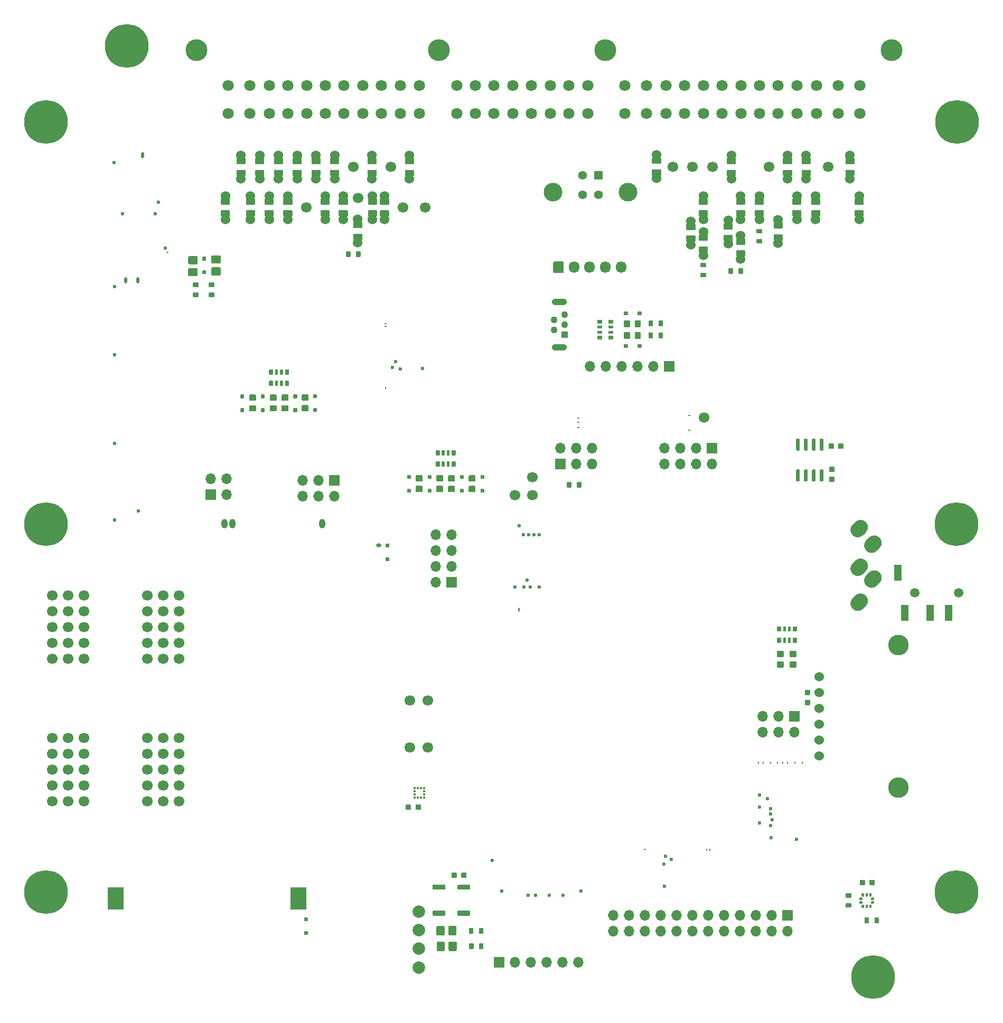
<source format=gts>
G04 #@! TF.GenerationSoftware,KiCad,Pcbnew,(5.99.0-10483-ga6ad7a4a70)*
G04 #@! TF.CreationDate,2021-05-06T14:06:47+03:00*
G04 #@! TF.ProjectId,hellen64_miataNA6_94,68656c6c-656e-4363-945f-6d696174614e,b*
G04 #@! TF.SameCoordinates,PX1406f40PYa852d20*
G04 #@! TF.FileFunction,Soldermask,Top*
G04 #@! TF.FilePolarity,Negative*
%FSLAX46Y46*%
G04 Gerber Fmt 4.6, Leading zero omitted, Abs format (unit mm)*
G04 Created by KiCad (PCBNEW (5.99.0-10483-ga6ad7a4a70)) date 2021-05-06 14:06:47*
%MOMM*%
%LPD*%
G01*
G04 APERTURE LIST*
%ADD10C,0.599999*%
%ADD11O,0.499999X0.250000*%
%ADD12C,1.524000*%
%ADD13C,1.700000*%
%ADD14R,1.700000X1.700000*%
%ADD15O,1.700000X1.700000*%
%ADD16C,2.000000*%
%ADD17O,1.000001X1.500000*%
%ADD18O,0.800001X0.599999*%
%ADD19R,1.400000X1.400000*%
%ADD20C,1.400000*%
%ADD21C,3.000000*%
%ADD22C,3.500120*%
%ADD23C,1.800000*%
%ADD24C,7.000000*%
%ADD25R,1.100000X1.100000*%
%ADD26C,1.100000*%
%ADD27O,2.400000X1.100000*%
%ADD28O,0.250000X0.499999*%
%ADD29C,3.302000*%
%ADD30C,1.500000*%
%ADD31R,1.200000X2.500000*%
%ADD32R,0.375000X0.350000*%
%ADD33R,0.350000X0.375000*%
%ADD34R,2.600000X3.600000*%
%ADD35O,0.499999X1.000001*%
%ADD36O,0.499999X0.200000*%
%ADD37C,0.600000*%
%ADD38O,0.200000X0.399999*%
%ADD39O,1.700000X1.850000*%
G04 APERTURE END LIST*
G04 #@! TO.C,R23*
G36*
G01*
X52161360Y120410880D02*
X52161360Y121190880D01*
G75*
G02*
X52231360Y121260880I70000J0D01*
G01*
X52791360Y121260880D01*
G75*
G02*
X52861360Y121190880I0J-70000D01*
G01*
X52861360Y120410880D01*
G75*
G02*
X52791360Y120340880I-70000J0D01*
G01*
X52231360Y120340880D01*
G75*
G02*
X52161360Y120410880I0J70000D01*
G01*
G37*
G36*
G01*
X53761360Y120410880D02*
X53761360Y121190880D01*
G75*
G02*
X53831360Y121260880I70000J0D01*
G01*
X54391360Y121260880D01*
G75*
G02*
X54461360Y121190880I0J-70000D01*
G01*
X54461360Y120410880D01*
G75*
G02*
X54391360Y120340880I-70000J0D01*
G01*
X53831360Y120340880D01*
G75*
G02*
X53761360Y120410880I0J70000D01*
G01*
G37*
G04 #@! TD*
G04 #@! TO.C,R22*
G36*
G01*
X113460960Y117705000D02*
X113460960Y118485000D01*
G75*
G02*
X113530960Y118555000I70000J0D01*
G01*
X114090960Y118555000D01*
G75*
G02*
X114160960Y118485000I0J-70000D01*
G01*
X114160960Y117705000D01*
G75*
G02*
X114090960Y117635000I-70000J0D01*
G01*
X113530960Y117635000D01*
G75*
G02*
X113460960Y117705000I0J70000D01*
G01*
G37*
G36*
G01*
X115060960Y117705000D02*
X115060960Y118485000D01*
G75*
G02*
X115130960Y118555000I70000J0D01*
G01*
X115690960Y118555000D01*
G75*
G02*
X115760960Y118485000I0J-70000D01*
G01*
X115760960Y117705000D01*
G75*
G02*
X115690960Y117635000I-70000J0D01*
G01*
X115130960Y117635000D01*
G75*
G02*
X115060960Y117705000I0J70000D01*
G01*
G37*
G04 #@! TD*
G04 #@! TO.C,R21*
G36*
G01*
X109800960Y117100001D02*
X109020960Y117100001D01*
G75*
G02*
X108950960Y117170001I0J70000D01*
G01*
X108950960Y117730001D01*
G75*
G02*
X109020960Y117800001I70000J0D01*
G01*
X109800960Y117800001D01*
G75*
G02*
X109870960Y117730001I0J-70000D01*
G01*
X109870960Y117170001D01*
G75*
G02*
X109800960Y117100001I-70000J0D01*
G01*
G37*
G36*
G01*
X109800960Y118700001D02*
X109020960Y118700001D01*
G75*
G02*
X108950960Y118770001I0J70000D01*
G01*
X108950960Y119330001D01*
G75*
G02*
X109020960Y119400001I70000J0D01*
G01*
X109800960Y119400001D01*
G75*
G02*
X109870960Y119330001I0J-70000D01*
G01*
X109870960Y118770001D01*
G75*
G02*
X109800960Y118700001I-70000J0D01*
G01*
G37*
G04 #@! TD*
D10*
G04 #@! TO.C,M4*
X75566855Y23589700D03*
X77141869Y18684691D03*
X89845887Y18693754D03*
X81366859Y18014690D03*
X82541863Y18014690D03*
X84716857Y18014690D03*
X86941859Y18014690D03*
G04 #@! TD*
D11*
G04 #@! TO.C,M9*
X89359786Y92963404D03*
X89359786Y93838404D03*
X89359786Y94538405D03*
X107184784Y94988404D03*
X107184784Y92588401D03*
G04 #@! TD*
G04 #@! TO.C,R32*
G36*
G01*
X52325700Y126849999D02*
X51075700Y126849999D01*
G75*
G02*
X50975700Y126949999I0J100000D01*
G01*
X50975700Y127749999D01*
G75*
G02*
X51075700Y127849999I100000J0D01*
G01*
X52325700Y127849999D01*
G75*
G02*
X52425700Y127749999I0J-100000D01*
G01*
X52425700Y126949999D01*
G75*
G02*
X52325700Y126849999I-100000J0D01*
G01*
G37*
D12*
X51700700Y126395000D03*
G36*
G01*
X52325700Y128750021D02*
X51075700Y128750021D01*
G75*
G02*
X50975700Y128850021I0J100000D01*
G01*
X50975700Y129650021D01*
G75*
G02*
X51075700Y129750021I100000J0D01*
G01*
X52325700Y129750021D01*
G75*
G02*
X52425700Y129650021I0J-100000D01*
G01*
X52425700Y128850021D01*
G75*
G02*
X52325700Y128750021I-100000J0D01*
G01*
G37*
X51700700Y130205000D03*
G04 #@! TD*
D13*
G04 #@! TO.C,P5*
X62400700Y41704880D03*
G04 #@! TD*
G04 #@! TO.C,P6*
X62400700Y49207060D03*
G04 #@! TD*
G04 #@! TO.C,P47*
X59310960Y134800000D03*
G04 #@! TD*
G04 #@! TO.C,R2*
G36*
G01*
X27645960Y116250000D02*
X28425960Y116250000D01*
G75*
G02*
X28495960Y116180000I0J-70000D01*
G01*
X28495960Y115620000D01*
G75*
G02*
X28425960Y115550000I-70000J0D01*
G01*
X27645960Y115550000D01*
G75*
G02*
X27575960Y115620000I0J70000D01*
G01*
X27575960Y116180000D01*
G75*
G02*
X27645960Y116250000I70000J0D01*
G01*
G37*
G36*
G01*
X27645960Y114650000D02*
X28425960Y114650000D01*
G75*
G02*
X28495960Y114580000I0J-70000D01*
G01*
X28495960Y114020000D01*
G75*
G02*
X28425960Y113950000I-70000J0D01*
G01*
X27645960Y113950000D01*
G75*
G02*
X27575960Y114020000I0J70000D01*
G01*
X27575960Y114580000D01*
G75*
G02*
X27645960Y114650000I70000J0D01*
G01*
G37*
G04 #@! TD*
D14*
G04 #@! TO.C,J27*
X103950000Y102800000D03*
D15*
X101410000Y102800000D03*
X98870000Y102800000D03*
X96330000Y102800000D03*
X93790000Y102800000D03*
X91250000Y102800000D03*
G04 #@! TD*
G04 #@! TO.C,R4*
G36*
G01*
X118010700Y124857060D02*
X118790700Y124857060D01*
G75*
G02*
X118860700Y124787060I0J-70000D01*
G01*
X118860700Y124227060D01*
G75*
G02*
X118790700Y124157060I-70000J0D01*
G01*
X118010700Y124157060D01*
G75*
G02*
X117940700Y124227060I0J70000D01*
G01*
X117940700Y124787060D01*
G75*
G02*
X118010700Y124857060I70000J0D01*
G01*
G37*
G36*
G01*
X118010700Y123257060D02*
X118790700Y123257060D01*
G75*
G02*
X118860700Y123187060I0J-70000D01*
G01*
X118860700Y122627060D01*
G75*
G02*
X118790700Y122557060I-70000J0D01*
G01*
X118010700Y122557060D01*
G75*
G02*
X117940700Y122627060I0J70000D01*
G01*
X117940700Y123187060D01*
G75*
G02*
X118010700Y123257060I70000J0D01*
G01*
G37*
G04 #@! TD*
D16*
G04 #@! TO.C,J19*
X63800000Y6400000D03*
G04 #@! TD*
G04 #@! TO.C,C3*
G36*
G01*
X61694998Y31760000D02*
X61694998Y32440000D01*
G75*
G02*
X61779998Y32525000I85000J0D01*
G01*
X62459998Y32525000D01*
G75*
G02*
X62544998Y32440000I0J-85000D01*
G01*
X62544998Y31760000D01*
G75*
G02*
X62459998Y31675000I-85000J0D01*
G01*
X61779998Y31675000D01*
G75*
G02*
X61694998Y31760000I0J85000D01*
G01*
G37*
G36*
G01*
X63275000Y31760000D02*
X63275000Y32440000D01*
G75*
G02*
X63360000Y32525000I85000J0D01*
G01*
X64040000Y32525000D01*
G75*
G02*
X64125000Y32440000I0J-85000D01*
G01*
X64125000Y31760000D01*
G75*
G02*
X64040000Y31675000I-85000J0D01*
G01*
X63360000Y31675000D01*
G75*
G02*
X63275000Y31760000I0J85000D01*
G01*
G37*
G04 #@! TD*
D14*
G04 #@! TO.C,J10*
X50252360Y84513880D03*
D15*
X50252360Y81973880D03*
X47712360Y84513880D03*
X47712360Y81973880D03*
X45172360Y84513880D03*
X45172360Y81973880D03*
G04 #@! TD*
D13*
G04 #@! TO.C,G4*
X20320000Y55880000D03*
X20320000Y58420000D03*
X20320000Y60960000D03*
X20320000Y63500000D03*
X20320000Y66040000D03*
X22860000Y55880000D03*
X22860000Y58420000D03*
X22860000Y60960000D03*
X22860000Y63500000D03*
X22860000Y66040000D03*
X25400000Y55880000D03*
X25400000Y58420000D03*
X25400000Y60960000D03*
X25400000Y63500000D03*
X25400000Y66040000D03*
G04 #@! TD*
D12*
G04 #@! TO.C,R11*
X115410960Y123795000D03*
G36*
G01*
X114785960Y123340001D02*
X116035960Y123340001D01*
G75*
G02*
X116135960Y123240001I0J-100000D01*
G01*
X116135960Y122440001D01*
G75*
G02*
X116035960Y122340001I-100000J0D01*
G01*
X114785960Y122340001D01*
G75*
G02*
X114685960Y122440001I0J100000D01*
G01*
X114685960Y123240001D01*
G75*
G02*
X114785960Y123340001I100000J0D01*
G01*
G37*
X115410960Y119985000D03*
G36*
G01*
X114785960Y121439979D02*
X116035960Y121439979D01*
G75*
G02*
X116135960Y121339979I0J-100000D01*
G01*
X116135960Y120539979D01*
G75*
G02*
X116035960Y120439979I-100000J0D01*
G01*
X114785960Y120439979D01*
G75*
G02*
X114685960Y120539979I0J100000D01*
G01*
X114685960Y121339979D01*
G75*
G02*
X114785960Y121439979I100000J0D01*
G01*
G37*
G04 #@! TD*
G04 #@! TO.C,R41*
G36*
G01*
X37435960Y126849999D02*
X36185960Y126849999D01*
G75*
G02*
X36085960Y126949999I0J100000D01*
G01*
X36085960Y127749999D01*
G75*
G02*
X36185960Y127849999I100000J0D01*
G01*
X37435960Y127849999D01*
G75*
G02*
X37535960Y127749999I0J-100000D01*
G01*
X37535960Y126949999D01*
G75*
G02*
X37435960Y126849999I-100000J0D01*
G01*
G37*
X36810960Y126395000D03*
X36810960Y130205000D03*
G36*
G01*
X37435960Y128750021D02*
X36185960Y128750021D01*
G75*
G02*
X36085960Y128850021I0J100000D01*
G01*
X36085960Y129650021D01*
G75*
G02*
X36185960Y129750021I100000J0D01*
G01*
X37435960Y129750021D01*
G75*
G02*
X37535960Y129650021I0J-100000D01*
G01*
X37535960Y128850021D01*
G75*
G02*
X37435960Y128750021I-100000J0D01*
G01*
G37*
G04 #@! TD*
D17*
G04 #@! TO.C,M5*
X32657430Y77612659D03*
X33913295Y77612659D03*
X48288321Y77612659D03*
D18*
X57343319Y74116375D03*
G04 #@! TD*
G04 #@! TO.C,R36*
G36*
G01*
X41935960Y133349999D02*
X40685960Y133349999D01*
G75*
G02*
X40585960Y133449999I0J100000D01*
G01*
X40585960Y134249999D01*
G75*
G02*
X40685960Y134349999I100000J0D01*
G01*
X41935960Y134349999D01*
G75*
G02*
X42035960Y134249999I0J-100000D01*
G01*
X42035960Y133449999D01*
G75*
G02*
X41935960Y133349999I-100000J0D01*
G01*
G37*
D12*
X41310960Y132895000D03*
X41310960Y136705000D03*
G36*
G01*
X41935960Y135250021D02*
X40685960Y135250021D01*
G75*
G02*
X40585960Y135350021I0J100000D01*
G01*
X40585960Y136150021D01*
G75*
G02*
X40685960Y136250021I100000J0D01*
G01*
X41935960Y136250021D01*
G75*
G02*
X42035960Y136150021I0J-100000D01*
G01*
X42035960Y135350021D01*
G75*
G02*
X41935960Y135250021I-100000J0D01*
G01*
G37*
G04 #@! TD*
G04 #@! TO.C,D1*
G36*
G01*
X67979339Y10424880D02*
X67979339Y9184880D01*
G75*
G02*
X67849339Y9054880I-130000J0D01*
G01*
X66809339Y9054880D01*
G75*
G02*
X66679339Y9184880I0J130000D01*
G01*
X66679339Y10424880D01*
G75*
G02*
X66809339Y10554880I130000J0D01*
G01*
X67849339Y10554880D01*
G75*
G02*
X67979339Y10424880I0J-130000D01*
G01*
G37*
G36*
G01*
X69879360Y10424880D02*
X69879360Y9184880D01*
G75*
G02*
X69749360Y9054880I-130000J0D01*
G01*
X68709360Y9054880D01*
G75*
G02*
X68579360Y9184880I0J130000D01*
G01*
X68579360Y10424880D01*
G75*
G02*
X68709360Y10554880I130000J0D01*
G01*
X69749360Y10554880D01*
G75*
G02*
X69879360Y10424880I0J-130000D01*
G01*
G37*
G04 #@! TD*
G04 #@! TO.C,R48*
G36*
G01*
X110035960Y126844999D02*
X108785960Y126844999D01*
G75*
G02*
X108685960Y126944999I0J100000D01*
G01*
X108685960Y127744999D01*
G75*
G02*
X108785960Y127844999I100000J0D01*
G01*
X110035960Y127844999D01*
G75*
G02*
X110135960Y127744999I0J-100000D01*
G01*
X110135960Y126944999D01*
G75*
G02*
X110035960Y126844999I-100000J0D01*
G01*
G37*
X109410960Y126390000D03*
G36*
G01*
X110035960Y128745021D02*
X108785960Y128745021D01*
G75*
G02*
X108685960Y128845021I0J100000D01*
G01*
X108685960Y129645021D01*
G75*
G02*
X108785960Y129745021I100000J0D01*
G01*
X110035960Y129745021D01*
G75*
G02*
X110135960Y129645021I0J-100000D01*
G01*
X110135960Y128845021D01*
G75*
G02*
X110035960Y128745021I-100000J0D01*
G01*
G37*
X109410960Y130200000D03*
G04 #@! TD*
G04 #@! TO.C,D15*
G36*
G01*
X62510209Y85290750D02*
X62510209Y84810750D01*
G75*
G02*
X62450209Y84750750I-60000J0D01*
G01*
X61970209Y84750750D01*
G75*
G02*
X61910209Y84810750I0J60000D01*
G01*
X61910209Y85290750D01*
G75*
G02*
X61970209Y85350750I60000J0D01*
G01*
X62450209Y85350750D01*
G75*
G02*
X62510209Y85290750I0J-60000D01*
G01*
G37*
G36*
G01*
X62510209Y83090750D02*
X62510209Y82610750D01*
G75*
G02*
X62450209Y82550750I-60000J0D01*
G01*
X61970209Y82550750D01*
G75*
G02*
X61910209Y82610750I0J60000D01*
G01*
X61910209Y83090750D01*
G75*
G02*
X61970209Y83150750I60000J0D01*
G01*
X62450209Y83150750D01*
G75*
G02*
X62510209Y83090750I0J-60000D01*
G01*
G37*
G04 #@! TD*
G04 #@! TO.C,C1*
G36*
G01*
X69024358Y20864880D02*
X69024358Y21544880D01*
G75*
G02*
X69109358Y21629880I85000J0D01*
G01*
X69789358Y21629880D01*
G75*
G02*
X69874358Y21544880I0J-85000D01*
G01*
X69874358Y20864880D01*
G75*
G02*
X69789358Y20779880I-85000J0D01*
G01*
X69109358Y20779880D01*
G75*
G02*
X69024358Y20864880I0J85000D01*
G01*
G37*
G36*
G01*
X70604360Y20864880D02*
X70604360Y21544880D01*
G75*
G02*
X70689360Y21629880I85000J0D01*
G01*
X71369360Y21629880D01*
G75*
G02*
X71454360Y21544880I0J-85000D01*
G01*
X71454360Y20864880D01*
G75*
G02*
X71369360Y20779880I-85000J0D01*
G01*
X70689360Y20779880D01*
G75*
G02*
X70604360Y20864880I0J85000D01*
G01*
G37*
G04 #@! TD*
D19*
G04 #@! TO.C,J23*
X92600000Y133500000D03*
D20*
X90100000Y133500000D03*
X90100000Y130300000D03*
X92600000Y130300000D03*
D21*
X97370000Y130790000D03*
X85330000Y130790000D03*
G04 #@! TD*
G04 #@! TO.C,S1*
G36*
G01*
X66109360Y19704881D02*
X67949360Y19704881D01*
G75*
G02*
X68029360Y19624881I0J-80000D01*
G01*
X68029360Y18984881D01*
G75*
G02*
X67949360Y18904881I-80000J0D01*
G01*
X66109360Y18904881D01*
G75*
G02*
X66029360Y18984881I0J80000D01*
G01*
X66029360Y19624881D01*
G75*
G02*
X66109360Y19704881I80000J0D01*
G01*
G37*
G36*
G01*
X66109360Y15504880D02*
X67949360Y15504880D01*
G75*
G02*
X68029360Y15424880I0J-80000D01*
G01*
X68029360Y14784880D01*
G75*
G02*
X67949360Y14704880I-80000J0D01*
G01*
X66109360Y14704880D01*
G75*
G02*
X66029360Y14784880I0J80000D01*
G01*
X66029360Y15424880D01*
G75*
G02*
X66109360Y15504880I80000J0D01*
G01*
G37*
G04 #@! TD*
G04 #@! TO.C,D6*
G36*
G01*
X71910211Y85350749D02*
X72810211Y85350749D01*
G75*
G02*
X72910211Y85250749I0J-100000D01*
G01*
X72910211Y84450749D01*
G75*
G02*
X72810211Y84350749I-100000J0D01*
G01*
X71910211Y84350749D01*
G75*
G02*
X71810211Y84450749I0J100000D01*
G01*
X71810211Y85250749D01*
G75*
G02*
X71910211Y85350749I100000J0D01*
G01*
G37*
G36*
G01*
X71910211Y83650749D02*
X72810211Y83650749D01*
G75*
G02*
X72910211Y83550749I0J-100000D01*
G01*
X72910211Y82750749D01*
G75*
G02*
X72810211Y82650749I-100000J0D01*
G01*
X71910211Y82650749D01*
G75*
G02*
X71810211Y82750749I0J100000D01*
G01*
X71810211Y83550749D01*
G75*
G02*
X71910211Y83650749I100000J0D01*
G01*
G37*
G04 #@! TD*
G04 #@! TO.C,C4*
G36*
G01*
X131905002Y90340000D02*
X131905002Y89660000D01*
G75*
G02*
X131820002Y89575000I-85000J0D01*
G01*
X131140002Y89575000D01*
G75*
G02*
X131055002Y89660000I0J85000D01*
G01*
X131055002Y90340000D01*
G75*
G02*
X131140002Y90425000I85000J0D01*
G01*
X131820002Y90425000D01*
G75*
G02*
X131905002Y90340000I0J-85000D01*
G01*
G37*
G36*
G01*
X130325000Y90340000D02*
X130325000Y89660000D01*
G75*
G02*
X130240000Y89575000I-85000J0D01*
G01*
X129560000Y89575000D01*
G75*
G02*
X129475000Y89660000I0J85000D01*
G01*
X129475000Y90340000D01*
G75*
G02*
X129560000Y90425000I85000J0D01*
G01*
X130240000Y90425000D01*
G75*
G02*
X130325000Y90340000I0J-85000D01*
G01*
G37*
G04 #@! TD*
G04 #@! TO.C,R24*
G36*
G01*
X108035960Y122795000D02*
X106785960Y122795000D01*
G75*
G02*
X106685960Y122895000I0J100000D01*
G01*
X106685960Y123695000D01*
G75*
G02*
X106785960Y123795000I100000J0D01*
G01*
X108035960Y123795000D01*
G75*
G02*
X108135960Y123695000I0J-100000D01*
G01*
X108135960Y122895000D01*
G75*
G02*
X108035960Y122795000I-100000J0D01*
G01*
G37*
D12*
X107410960Y122340001D03*
G36*
G01*
X108035960Y124695022D02*
X106785960Y124695022D01*
G75*
G02*
X106685960Y124795022I0J100000D01*
G01*
X106685960Y125595022D01*
G75*
G02*
X106785960Y125695022I100000J0D01*
G01*
X108035960Y125695022D01*
G75*
G02*
X108135960Y125595022I0J-100000D01*
G01*
X108135960Y124795022D01*
G75*
G02*
X108035960Y124695022I-100000J0D01*
G01*
G37*
X107410960Y126150001D03*
G04 #@! TD*
G04 #@! TO.C,R33*
G36*
G01*
X47935960Y133349999D02*
X46685960Y133349999D01*
G75*
G02*
X46585960Y133449999I0J100000D01*
G01*
X46585960Y134249999D01*
G75*
G02*
X46685960Y134349999I100000J0D01*
G01*
X47935960Y134349999D01*
G75*
G02*
X48035960Y134249999I0J-100000D01*
G01*
X48035960Y133449999D01*
G75*
G02*
X47935960Y133349999I-100000J0D01*
G01*
G37*
X47310960Y132895000D03*
X47310960Y136705000D03*
G36*
G01*
X47935960Y135250021D02*
X46685960Y135250021D01*
G75*
G02*
X46585960Y135350021I0J100000D01*
G01*
X46585960Y136150021D01*
G75*
G02*
X46685960Y136250021I100000J0D01*
G01*
X47935960Y136250021D01*
G75*
G02*
X48035960Y136150021I0J-100000D01*
G01*
X48035960Y135350021D01*
G75*
G02*
X47935960Y135250021I-100000J0D01*
G01*
G37*
G04 #@! TD*
G04 #@! TO.C,D12*
G36*
G01*
X74297706Y85289251D02*
X74297706Y84809251D01*
G75*
G02*
X74237706Y84749251I-60000J0D01*
G01*
X73757706Y84749251D01*
G75*
G02*
X73697706Y84809251I0J60000D01*
G01*
X73697706Y85289251D01*
G75*
G02*
X73757706Y85349251I60000J0D01*
G01*
X74237706Y85349251D01*
G75*
G02*
X74297706Y85289251I0J-60000D01*
G01*
G37*
G36*
G01*
X74297706Y83089251D02*
X74297706Y82609251D01*
G75*
G02*
X74237706Y82549251I-60000J0D01*
G01*
X73757706Y82549251D01*
G75*
G02*
X73697706Y82609251I0J60000D01*
G01*
X73697706Y83089251D01*
G75*
G02*
X73757706Y83149251I60000J0D01*
G01*
X74237706Y83149251D01*
G75*
G02*
X74297706Y83089251I0J-60000D01*
G01*
G37*
G04 #@! TD*
G04 #@! TO.C,R42*
G36*
G01*
X33435960Y126849999D02*
X32185960Y126849999D01*
G75*
G02*
X32085960Y126949999I0J100000D01*
G01*
X32085960Y127749999D01*
G75*
G02*
X32185960Y127849999I100000J0D01*
G01*
X33435960Y127849999D01*
G75*
G02*
X33535960Y127749999I0J-100000D01*
G01*
X33535960Y126949999D01*
G75*
G02*
X33435960Y126849999I-100000J0D01*
G01*
G37*
X32810960Y126395000D03*
G36*
G01*
X33435960Y128750021D02*
X32185960Y128750021D01*
G75*
G02*
X32085960Y128850021I0J100000D01*
G01*
X32085960Y129650021D01*
G75*
G02*
X32185960Y129750021I100000J0D01*
G01*
X33435960Y129750021D01*
G75*
G02*
X33535960Y129650021I0J-100000D01*
G01*
X33535960Y128850021D01*
G75*
G02*
X33435960Y128750021I-100000J0D01*
G01*
G37*
X32810960Y130205000D03*
G04 #@! TD*
D22*
G04 #@! TO.C,P2*
X93728300Y153574420D03*
X139577840Y153574420D03*
X28178520Y153574420D03*
X67027820Y153574420D03*
D23*
X33230580Y143373780D03*
X36728160Y143373780D03*
X39829500Y143373780D03*
X42829240Y143373780D03*
X45828980Y143373780D03*
X48828720Y143373780D03*
X51828460Y143373780D03*
X54828200Y143373780D03*
X57827940Y143373780D03*
X60827680Y143373780D03*
X63929020Y143373780D03*
X33230580Y147874660D03*
X36728160Y147874660D03*
X39829500Y147874660D03*
X42829240Y147874660D03*
X45828980Y147874660D03*
X48828720Y147874660D03*
X51828460Y147874660D03*
X54828200Y147874660D03*
X57827940Y147874660D03*
X60827680Y147874660D03*
X63929020Y147874660D03*
X69877700Y143373780D03*
X72877440Y143373780D03*
X75877180Y143373780D03*
X78876920Y143373780D03*
X81879200Y143373780D03*
X84878940Y143373780D03*
X87878680Y143373780D03*
X90878420Y143373780D03*
X69877700Y147874660D03*
X72877440Y147874660D03*
X75877180Y147874660D03*
X78876920Y147874660D03*
X81879200Y147874660D03*
X84878940Y147874660D03*
X87878680Y147874660D03*
X90878420Y147874660D03*
X96824560Y143373780D03*
X100324680Y143373780D03*
X103428560Y143373780D03*
X106428300Y143373780D03*
X109428040Y143373780D03*
X112427780Y143373780D03*
X115427520Y143373780D03*
X118427260Y143373780D03*
X121427000Y143373780D03*
X124426740Y143373780D03*
X127528080Y143373780D03*
X131028200Y143373780D03*
X134528320Y143373780D03*
X96824560Y147874660D03*
X100324680Y147874660D03*
X103428560Y147874660D03*
X106428300Y147874660D03*
X109428040Y147874660D03*
X112427780Y147874660D03*
X115427520Y147874660D03*
X118427260Y147874660D03*
X121427000Y147874660D03*
X124426740Y147874660D03*
X127528080Y147874660D03*
X131028200Y147874660D03*
X134528320Y147874660D03*
G04 #@! TD*
G04 #@! TO.C,D22*
G36*
G01*
X39087497Y98238501D02*
X39087497Y97758501D01*
G75*
G02*
X39027497Y97698501I-60000J0D01*
G01*
X38547497Y97698501D01*
G75*
G02*
X38487497Y97758501I0J60000D01*
G01*
X38487497Y98238501D01*
G75*
G02*
X38547497Y98298501I60000J0D01*
G01*
X39027497Y98298501D01*
G75*
G02*
X39087497Y98238501I0J-60000D01*
G01*
G37*
G36*
G01*
X39087497Y96038501D02*
X39087497Y95558501D01*
G75*
G02*
X39027497Y95498501I-60000J0D01*
G01*
X38547497Y95498501D01*
G75*
G02*
X38487497Y95558501I0J60000D01*
G01*
X38487497Y96038501D01*
G75*
G02*
X38547497Y96098501I60000J0D01*
G01*
X39027497Y96098501D01*
G75*
G02*
X39087497Y96038501I0J-60000D01*
G01*
G37*
G04 #@! TD*
D13*
G04 #@! TO.C,P56*
X104510960Y134795000D03*
G04 #@! TD*
D24*
G04 #@! TO.C,J18*
X4000000Y142000000D03*
G04 #@! TD*
D13*
G04 #@! TO.C,P52*
X129410960Y134795000D03*
G04 #@! TD*
G04 #@! TO.C,D11*
G36*
G01*
X31930960Y119300021D02*
X30690960Y119300021D01*
G75*
G02*
X30560960Y119430021I0J130000D01*
G01*
X30560960Y120470021D01*
G75*
G02*
X30690960Y120600021I130000J0D01*
G01*
X31930960Y120600021D01*
G75*
G02*
X32060960Y120470021I0J-130000D01*
G01*
X32060960Y119430021D01*
G75*
G02*
X31930960Y119300021I-130000J0D01*
G01*
G37*
G36*
G01*
X31930960Y117400000D02*
X30690960Y117400000D01*
G75*
G02*
X30560960Y117530000I0J130000D01*
G01*
X30560960Y118570000D01*
G75*
G02*
X30690960Y118700000I130000J0D01*
G01*
X31930960Y118700000D01*
G75*
G02*
X32060960Y118570000I0J-130000D01*
G01*
X32060960Y117530000D01*
G75*
G02*
X31930960Y117400000I-130000J0D01*
G01*
G37*
G04 #@! TD*
G04 #@! TO.C,R6*
G36*
G01*
X69710209Y89285750D02*
X69710209Y88615750D01*
G75*
G02*
X69645209Y88550750I-65000J0D01*
G01*
X69125209Y88550750D01*
G75*
G02*
X69060209Y88615750I0J65000D01*
G01*
X69060209Y89285750D01*
G75*
G02*
X69125209Y89350750I65000J0D01*
G01*
X69645209Y89350750D01*
G75*
G02*
X69710209Y89285750I0J-65000D01*
G01*
G37*
G36*
G01*
X68735209Y89305750D02*
X68735209Y88595750D01*
G75*
G02*
X68690209Y88550750I-45000J0D01*
G01*
X68330209Y88550750D01*
G75*
G02*
X68285209Y88595750I0J45000D01*
G01*
X68285209Y89305750D01*
G75*
G02*
X68330209Y89350750I45000J0D01*
G01*
X68690209Y89350750D01*
G75*
G02*
X68735209Y89305750I0J-45000D01*
G01*
G37*
G36*
G01*
X67935209Y89305750D02*
X67935209Y88595750D01*
G75*
G02*
X67890209Y88550750I-45000J0D01*
G01*
X67530209Y88550750D01*
G75*
G02*
X67485209Y88595750I0J45000D01*
G01*
X67485209Y89305750D01*
G75*
G02*
X67530209Y89350750I45000J0D01*
G01*
X67890209Y89350750D01*
G75*
G02*
X67935209Y89305750I0J-45000D01*
G01*
G37*
G36*
G01*
X67160209Y89285750D02*
X67160209Y88615750D01*
G75*
G02*
X67095209Y88550750I-65000J0D01*
G01*
X66575209Y88550750D01*
G75*
G02*
X66510209Y88615750I0J65000D01*
G01*
X66510209Y89285750D01*
G75*
G02*
X66575209Y89350750I65000J0D01*
G01*
X67095209Y89350750D01*
G75*
G02*
X67160209Y89285750I0J-65000D01*
G01*
G37*
G36*
G01*
X67160209Y87485750D02*
X67160209Y86815750D01*
G75*
G02*
X67095209Y86750750I-65000J0D01*
G01*
X66575209Y86750750D01*
G75*
G02*
X66510209Y86815750I0J65000D01*
G01*
X66510209Y87485750D01*
G75*
G02*
X66575209Y87550750I65000J0D01*
G01*
X67095209Y87550750D01*
G75*
G02*
X67160209Y87485750I0J-65000D01*
G01*
G37*
G36*
G01*
X67935209Y87505750D02*
X67935209Y86795750D01*
G75*
G02*
X67890209Y86750750I-45000J0D01*
G01*
X67530209Y86750750D01*
G75*
G02*
X67485209Y86795750I0J45000D01*
G01*
X67485209Y87505750D01*
G75*
G02*
X67530209Y87550750I45000J0D01*
G01*
X67890209Y87550750D01*
G75*
G02*
X67935209Y87505750I0J-45000D01*
G01*
G37*
G36*
G01*
X68735209Y87505750D02*
X68735209Y86795750D01*
G75*
G02*
X68690209Y86750750I-45000J0D01*
G01*
X68330209Y86750750D01*
G75*
G02*
X68285209Y86795750I0J45000D01*
G01*
X68285209Y87505750D01*
G75*
G02*
X68330209Y87550750I45000J0D01*
G01*
X68690209Y87550750D01*
G75*
G02*
X68735209Y87505750I0J-45000D01*
G01*
G37*
G36*
G01*
X69710209Y87485750D02*
X69710209Y86815750D01*
G75*
G02*
X69645209Y86750750I-65000J0D01*
G01*
X69125209Y86750750D01*
G75*
G02*
X69060209Y86815750I0J65000D01*
G01*
X69060209Y87485750D01*
G75*
G02*
X69125209Y87550750I65000J0D01*
G01*
X69645209Y87550750D01*
G75*
G02*
X69710209Y87485750I0J-65000D01*
G01*
G37*
G04 #@! TD*
G04 #@! TO.C,P26*
X79200700Y82200880D03*
G04 #@! TD*
D16*
G04 #@! TO.C,J20*
X63800000Y9400000D03*
G04 #@! TD*
D12*
G04 #@! TO.C,R43*
X122910960Y132890000D03*
G36*
G01*
X123535960Y133344999D02*
X122285960Y133344999D01*
G75*
G02*
X122185960Y133444999I0J100000D01*
G01*
X122185960Y134244999D01*
G75*
G02*
X122285960Y134344999I100000J0D01*
G01*
X123535960Y134344999D01*
G75*
G02*
X123635960Y134244999I0J-100000D01*
G01*
X123635960Y133444999D01*
G75*
G02*
X123535960Y133344999I-100000J0D01*
G01*
G37*
G36*
G01*
X123535960Y135245021D02*
X122285960Y135245021D01*
G75*
G02*
X122185960Y135345021I0J100000D01*
G01*
X122185960Y136145021D01*
G75*
G02*
X122285960Y136245021I100000J0D01*
G01*
X123535960Y136245021D01*
G75*
G02*
X123635960Y136145021I0J-100000D01*
G01*
X123635960Y135345021D01*
G75*
G02*
X123535960Y135245021I-100000J0D01*
G01*
G37*
X122910960Y136700000D03*
G04 #@! TD*
D25*
G04 #@! TO.C,J1*
X87200000Y107900000D03*
D26*
X85450000Y108700000D03*
X87200000Y109500000D03*
X85450000Y110300000D03*
X87200000Y111100000D03*
D27*
X86325000Y105850000D03*
X86325000Y113150000D03*
G04 #@! TD*
D14*
G04 #@! TO.C,J9*
X69029360Y68204880D03*
D15*
X66489360Y68204880D03*
X69029360Y70744880D03*
X66489360Y70744880D03*
X69029360Y73284880D03*
X66489360Y73284880D03*
X69029360Y75824880D03*
X66489360Y75824880D03*
G04 #@! TD*
G04 #@! TO.C,D30*
G36*
G01*
X96760700Y106394557D02*
X97240700Y106394557D01*
G75*
G02*
X97300700Y106334557I0J-60000D01*
G01*
X97300700Y105854557D01*
G75*
G02*
X97240700Y105794557I-60000J0D01*
G01*
X96760700Y105794557D01*
G75*
G02*
X96700700Y105854557I0J60000D01*
G01*
X96700700Y106334557D01*
G75*
G02*
X96760700Y106394557I60000J0D01*
G01*
G37*
G36*
G01*
X98960700Y106394557D02*
X99440700Y106394557D01*
G75*
G02*
X99500700Y106334557I0J-60000D01*
G01*
X99500700Y105854557D01*
G75*
G02*
X99440700Y105794557I-60000J0D01*
G01*
X98960700Y105794557D01*
G75*
G02*
X98900700Y105854557I0J60000D01*
G01*
X98900700Y106334557D01*
G75*
G02*
X98960700Y106394557I60000J0D01*
G01*
G37*
G04 #@! TD*
D14*
G04 #@! TO.C,J7*
X30477360Y82238880D03*
D15*
X30477360Y84778880D03*
X33017360Y82238880D03*
X33017360Y84778880D03*
G04 #@! TD*
D13*
G04 #@! TO.C,P4*
X65210960Y49204880D03*
G04 #@! TD*
D12*
G04 #@! TO.C,R45*
X118410960Y126390000D03*
G36*
G01*
X119035960Y126844999D02*
X117785960Y126844999D01*
G75*
G02*
X117685960Y126944999I0J100000D01*
G01*
X117685960Y127744999D01*
G75*
G02*
X117785960Y127844999I100000J0D01*
G01*
X119035960Y127844999D01*
G75*
G02*
X119135960Y127744999I0J-100000D01*
G01*
X119135960Y126944999D01*
G75*
G02*
X119035960Y126844999I-100000J0D01*
G01*
G37*
G36*
G01*
X119035960Y128745021D02*
X117785960Y128745021D01*
G75*
G02*
X117685960Y128845021I0J100000D01*
G01*
X117685960Y129645021D01*
G75*
G02*
X117785960Y129745021I100000J0D01*
G01*
X119035960Y129745021D01*
G75*
G02*
X119135960Y129645021I0J-100000D01*
G01*
X119135960Y128845021D01*
G75*
G02*
X119035960Y128745021I-100000J0D01*
G01*
G37*
X118410960Y130200000D03*
G04 #@! TD*
D28*
G04 #@! TO.C,M8*
X58457366Y99369566D03*
D11*
X58507364Y109719560D03*
X58507364Y109219559D03*
D10*
X59557362Y102669562D03*
X60082362Y103544564D03*
X60832360Y102369560D03*
X64382361Y102444563D03*
G04 #@! TD*
D14*
G04 #@! TO.C,J8*
X86511360Y87200880D03*
D15*
X86511360Y89740880D03*
X89051360Y87200880D03*
X89051360Y89740880D03*
X91591360Y87200880D03*
X91591360Y89740880D03*
G04 #@! TD*
D29*
G04 #@! TO.C,U2*
X140700000Y58085000D03*
X140700000Y35225000D03*
D12*
X128000000Y53005000D03*
X128000000Y50465000D03*
X128000000Y47925000D03*
X128000000Y45385000D03*
X128000000Y42845000D03*
X128000000Y40305000D03*
G04 #@! TD*
G04 #@! TO.C,R17*
G36*
G01*
X126535960Y133344999D02*
X125285960Y133344999D01*
G75*
G02*
X125185960Y133444999I0J100000D01*
G01*
X125185960Y134244999D01*
G75*
G02*
X125285960Y134344999I100000J0D01*
G01*
X126535960Y134344999D01*
G75*
G02*
X126635960Y134244999I0J-100000D01*
G01*
X126635960Y133444999D01*
G75*
G02*
X126535960Y133344999I-100000J0D01*
G01*
G37*
X125910960Y132890000D03*
G36*
G01*
X126535960Y135245021D02*
X125285960Y135245021D01*
G75*
G02*
X125185960Y135345021I0J100000D01*
G01*
X125185960Y136145021D01*
G75*
G02*
X125285960Y136245021I100000J0D01*
G01*
X126535960Y136245021D01*
G75*
G02*
X126635960Y136145021I0J-100000D01*
G01*
X126635960Y135345021D01*
G75*
G02*
X126535960Y135245021I-100000J0D01*
G01*
G37*
X125910960Y136700000D03*
G04 #@! TD*
D14*
G04 #@! TO.C,J6*
X110811360Y89740880D03*
D15*
X110811360Y87200880D03*
X108271360Y89740880D03*
X108271360Y87200880D03*
X105731360Y89740880D03*
X105731360Y87200880D03*
X103191360Y89740880D03*
X103191360Y87200880D03*
G04 #@! TD*
D13*
G04 #@! TO.C,G6*
X5080000Y55880000D03*
X5080000Y58420000D03*
X5080000Y60960000D03*
X5080000Y63500000D03*
X5080000Y66040000D03*
X7620000Y55880000D03*
X7620000Y58420000D03*
X7620000Y60960000D03*
X7620000Y63500000D03*
X7620000Y66040000D03*
X10160000Y55880000D03*
X10160000Y58420000D03*
X10160000Y60960000D03*
X10160000Y63500000D03*
X10160000Y66040000D03*
G04 #@! TD*
G04 #@! TO.C,P55*
X107710560Y134794120D03*
G04 #@! TD*
D14*
G04 #@! TO.C,J3*
X76679360Y7204880D03*
D15*
X79219360Y7204880D03*
X81759360Y7204880D03*
X84299360Y7204880D03*
X86839360Y7204880D03*
X89379360Y7204880D03*
G04 #@! TD*
D11*
G04 #@! TO.C,M13*
X100091865Y25348214D03*
D28*
X110441859Y25298216D03*
X109941858Y25298216D03*
D10*
X103391861Y24248218D03*
X104266863Y23723218D03*
X103091859Y22973220D03*
X103166862Y19423219D03*
G04 #@! TD*
G04 #@! TO.C,S2*
G36*
G01*
X70109360Y19704881D02*
X71949360Y19704881D01*
G75*
G02*
X72029360Y19624881I0J-80000D01*
G01*
X72029360Y18984881D01*
G75*
G02*
X71949360Y18904881I-80000J0D01*
G01*
X70109360Y18904881D01*
G75*
G02*
X70029360Y18984881I0J80000D01*
G01*
X70029360Y19624881D01*
G75*
G02*
X70109360Y19704881I80000J0D01*
G01*
G37*
G36*
G01*
X70109360Y15504880D02*
X71949360Y15504880D01*
G75*
G02*
X72029360Y15424880I0J-80000D01*
G01*
X72029360Y14784880D01*
G75*
G02*
X71949360Y14704880I-80000J0D01*
G01*
X70109360Y14704880D01*
G75*
G02*
X70029360Y14784880I0J80000D01*
G01*
X70029360Y15424880D01*
G75*
G02*
X70109360Y15504880I80000J0D01*
G01*
G37*
G04 #@! TD*
D14*
G04 #@! TO.C,J5*
X124029360Y46704880D03*
D15*
X124029360Y44164880D03*
X121489360Y46704880D03*
X121489360Y44164880D03*
X118949360Y46704880D03*
X118949360Y44164880D03*
G04 #@! TD*
G04 #@! TO.C,R29*
G36*
G01*
X56935960Y133349999D02*
X55685960Y133349999D01*
G75*
G02*
X55585960Y133449999I0J100000D01*
G01*
X55585960Y134249999D01*
G75*
G02*
X55685960Y134349999I100000J0D01*
G01*
X56935960Y134349999D01*
G75*
G02*
X57035960Y134249999I0J-100000D01*
G01*
X57035960Y133449999D01*
G75*
G02*
X56935960Y133349999I-100000J0D01*
G01*
G37*
D12*
X56310960Y132895000D03*
X56310960Y136705000D03*
G36*
G01*
X56935960Y135250021D02*
X55685960Y135250021D01*
G75*
G02*
X55585960Y135350021I0J100000D01*
G01*
X55585960Y136150021D01*
G75*
G02*
X55685960Y136250021I100000J0D01*
G01*
X56935960Y136250021D01*
G75*
G02*
X57035960Y136150021I0J-100000D01*
G01*
X57035960Y135350021D01*
G75*
G02*
X56935960Y135250021I-100000J0D01*
G01*
G37*
G04 #@! TD*
D13*
G04 #@! TO.C,P50*
X54060960Y129800880D03*
G04 #@! TD*
D12*
G04 #@! TO.C,R40*
X35310960Y132895000D03*
G36*
G01*
X35935960Y133349999D02*
X34685960Y133349999D01*
G75*
G02*
X34585960Y133449999I0J100000D01*
G01*
X34585960Y134249999D01*
G75*
G02*
X34685960Y134349999I100000J0D01*
G01*
X35935960Y134349999D01*
G75*
G02*
X36035960Y134249999I0J-100000D01*
G01*
X36035960Y133449999D01*
G75*
G02*
X35935960Y133349999I-100000J0D01*
G01*
G37*
G36*
G01*
X35935960Y135250021D02*
X34685960Y135250021D01*
G75*
G02*
X34585960Y135350021I0J100000D01*
G01*
X34585960Y136150021D01*
G75*
G02*
X34685960Y136250021I100000J0D01*
G01*
X35935960Y136250021D01*
G75*
G02*
X36035960Y136150021I0J-100000D01*
G01*
X36035960Y135350021D01*
G75*
G02*
X35935960Y135250021I-100000J0D01*
G01*
G37*
X35310960Y136705000D03*
G04 #@! TD*
G04 #@! TO.C,D23*
G36*
G01*
X35800000Y98240000D02*
X35800000Y97760000D01*
G75*
G02*
X35740000Y97700000I-60000J0D01*
G01*
X35260000Y97700000D01*
G75*
G02*
X35200000Y97760000I0J60000D01*
G01*
X35200000Y98240000D01*
G75*
G02*
X35260000Y98300000I60000J0D01*
G01*
X35740000Y98300000D01*
G75*
G02*
X35800000Y98240000I0J-60000D01*
G01*
G37*
G36*
G01*
X35800000Y96040000D02*
X35800000Y95560000D01*
G75*
G02*
X35740000Y95500000I-60000J0D01*
G01*
X35260000Y95500000D01*
G75*
G02*
X35200000Y95560000I0J60000D01*
G01*
X35200000Y96040000D01*
G75*
G02*
X35260000Y96100000I60000J0D01*
G01*
X35740000Y96100000D01*
G75*
G02*
X35800000Y96040000I0J-60000D01*
G01*
G37*
G04 #@! TD*
G04 #@! TO.C,D26*
G36*
G01*
X96700701Y109207062D02*
X96700701Y110107062D01*
G75*
G02*
X96800701Y110207062I100000J0D01*
G01*
X97600701Y110207062D01*
G75*
G02*
X97700701Y110107062I0J-100000D01*
G01*
X97700701Y109207062D01*
G75*
G02*
X97600701Y109107062I-100000J0D01*
G01*
X96800701Y109107062D01*
G75*
G02*
X96700701Y109207062I0J100000D01*
G01*
G37*
G36*
G01*
X98400701Y109207062D02*
X98400701Y110107062D01*
G75*
G02*
X98500701Y110207062I100000J0D01*
G01*
X99300701Y110207062D01*
G75*
G02*
X99400701Y110107062I0J-100000D01*
G01*
X99400701Y109207062D01*
G75*
G02*
X99300701Y109107062I-100000J0D01*
G01*
X98500701Y109107062D01*
G75*
G02*
X98400701Y109207062I0J100000D01*
G01*
G37*
G04 #@! TD*
D24*
G04 #@! TO.C,J13*
X4000000Y18500000D03*
G04 #@! TD*
G04 #@! TO.C,R16*
G36*
G01*
X92465700Y110307060D02*
X93135700Y110307060D01*
G75*
G02*
X93200700Y110242060I0J-65000D01*
G01*
X93200700Y109722060D01*
G75*
G02*
X93135700Y109657060I-65000J0D01*
G01*
X92465700Y109657060D01*
G75*
G02*
X92400700Y109722060I0J65000D01*
G01*
X92400700Y110242060D01*
G75*
G02*
X92465700Y110307060I65000J0D01*
G01*
G37*
G36*
G01*
X92445700Y109332060D02*
X93155700Y109332060D01*
G75*
G02*
X93200700Y109287060I0J-45000D01*
G01*
X93200700Y108927060D01*
G75*
G02*
X93155700Y108882060I-45000J0D01*
G01*
X92445700Y108882060D01*
G75*
G02*
X92400700Y108927060I0J45000D01*
G01*
X92400700Y109287060D01*
G75*
G02*
X92445700Y109332060I45000J0D01*
G01*
G37*
G36*
G01*
X92445700Y108532060D02*
X93155700Y108532060D01*
G75*
G02*
X93200700Y108487060I0J-45000D01*
G01*
X93200700Y108127060D01*
G75*
G02*
X93155700Y108082060I-45000J0D01*
G01*
X92445700Y108082060D01*
G75*
G02*
X92400700Y108127060I0J45000D01*
G01*
X92400700Y108487060D01*
G75*
G02*
X92445700Y108532060I45000J0D01*
G01*
G37*
G36*
G01*
X92465700Y107757060D02*
X93135700Y107757060D01*
G75*
G02*
X93200700Y107692060I0J-65000D01*
G01*
X93200700Y107172060D01*
G75*
G02*
X93135700Y107107060I-65000J0D01*
G01*
X92465700Y107107060D01*
G75*
G02*
X92400700Y107172060I0J65000D01*
G01*
X92400700Y107692060D01*
G75*
G02*
X92465700Y107757060I65000J0D01*
G01*
G37*
G36*
G01*
X94265700Y107757060D02*
X94935700Y107757060D01*
G75*
G02*
X95000700Y107692060I0J-65000D01*
G01*
X95000700Y107172060D01*
G75*
G02*
X94935700Y107107060I-65000J0D01*
G01*
X94265700Y107107060D01*
G75*
G02*
X94200700Y107172060I0J65000D01*
G01*
X94200700Y107692060D01*
G75*
G02*
X94265700Y107757060I65000J0D01*
G01*
G37*
G36*
G01*
X94245700Y108532060D02*
X94955700Y108532060D01*
G75*
G02*
X95000700Y108487060I0J-45000D01*
G01*
X95000700Y108127060D01*
G75*
G02*
X94955700Y108082060I-45000J0D01*
G01*
X94245700Y108082060D01*
G75*
G02*
X94200700Y108127060I0J45000D01*
G01*
X94200700Y108487060D01*
G75*
G02*
X94245700Y108532060I45000J0D01*
G01*
G37*
G36*
G01*
X94245700Y109332060D02*
X94955700Y109332060D01*
G75*
G02*
X95000700Y109287060I0J-45000D01*
G01*
X95000700Y108927060D01*
G75*
G02*
X94955700Y108882060I-45000J0D01*
G01*
X94245700Y108882060D01*
G75*
G02*
X94200700Y108927060I0J45000D01*
G01*
X94200700Y109287060D01*
G75*
G02*
X94245700Y109332060I45000J0D01*
G01*
G37*
G36*
G01*
X94265700Y110307060D02*
X94935700Y110307060D01*
G75*
G02*
X95000700Y110242060I0J-65000D01*
G01*
X95000700Y109722060D01*
G75*
G02*
X94935700Y109657060I-65000J0D01*
G01*
X94265700Y109657060D01*
G75*
G02*
X94200700Y109722060I0J65000D01*
G01*
X94200700Y110242060D01*
G75*
G02*
X94265700Y110307060I65000J0D01*
G01*
G37*
G04 #@! TD*
G04 #@! TO.C,D9*
G36*
G01*
X63410211Y85350749D02*
X64310211Y85350749D01*
G75*
G02*
X64410211Y85250749I0J-100000D01*
G01*
X64410211Y84450749D01*
G75*
G02*
X64310211Y84350749I-100000J0D01*
G01*
X63410211Y84350749D01*
G75*
G02*
X63310211Y84450749I0J100000D01*
G01*
X63310211Y85250749D01*
G75*
G02*
X63410211Y85350749I100000J0D01*
G01*
G37*
G36*
G01*
X63410211Y83650749D02*
X64310211Y83650749D01*
G75*
G02*
X64410211Y83550749I0J-100000D01*
G01*
X64410211Y82750749D01*
G75*
G02*
X64310211Y82650749I-100000J0D01*
G01*
X63410211Y82650749D01*
G75*
G02*
X63310211Y82750749I0J100000D01*
G01*
X63310211Y83550749D01*
G75*
G02*
X63410211Y83650749I100000J0D01*
G01*
G37*
G04 #@! TD*
D13*
G04 #@! TO.C,P28*
X82011360Y82200880D03*
G04 #@! TD*
D24*
G04 #@! TO.C,J12*
X4000000Y77500000D03*
G04 #@! TD*
G04 #@! TO.C,D8*
G36*
G01*
X66710211Y85350749D02*
X67610211Y85350749D01*
G75*
G02*
X67710211Y85250749I0J-100000D01*
G01*
X67710211Y84450749D01*
G75*
G02*
X67610211Y84350749I-100000J0D01*
G01*
X66710211Y84350749D01*
G75*
G02*
X66610211Y84450749I0J100000D01*
G01*
X66610211Y85250749D01*
G75*
G02*
X66710211Y85350749I100000J0D01*
G01*
G37*
G36*
G01*
X66710211Y83650749D02*
X67610211Y83650749D01*
G75*
G02*
X67710211Y83550749I0J-100000D01*
G01*
X67710211Y82750749D01*
G75*
G02*
X67610211Y82650749I-100000J0D01*
G01*
X66710211Y82650749D01*
G75*
G02*
X66610211Y82750749I0J100000D01*
G01*
X66610211Y83550749D01*
G75*
G02*
X66710211Y83650749I100000J0D01*
G01*
G37*
G04 #@! TD*
D13*
G04 #@! TO.C,P54*
X110910960Y134795000D03*
G04 #@! TD*
G04 #@! TO.C,R8*
G36*
G01*
X137540001Y14340014D02*
X137540001Y13560014D01*
G75*
G02*
X137470001Y13490014I-70000J0D01*
G01*
X136910001Y13490014D01*
G75*
G02*
X136840001Y13560014I0J70000D01*
G01*
X136840001Y14340014D01*
G75*
G02*
X136910001Y14410014I70000J0D01*
G01*
X137470001Y14410014D01*
G75*
G02*
X137540001Y14340014I0J-70000D01*
G01*
G37*
G36*
G01*
X135940001Y14340014D02*
X135940001Y13560014D01*
G75*
G02*
X135870001Y13490014I-70000J0D01*
G01*
X135310001Y13490014D01*
G75*
G02*
X135240001Y13560014I0J70000D01*
G01*
X135240001Y14340014D01*
G75*
G02*
X135310001Y14410014I70000J0D01*
G01*
X135870001Y14410014D01*
G75*
G02*
X135940001Y14340014I0J-70000D01*
G01*
G37*
G04 #@! TD*
G04 #@! TO.C,D14*
G36*
G01*
X65810209Y85290750D02*
X65810209Y84810750D01*
G75*
G02*
X65750209Y84750750I-60000J0D01*
G01*
X65270209Y84750750D01*
G75*
G02*
X65210209Y84810750I0J60000D01*
G01*
X65210209Y85290750D01*
G75*
G02*
X65270209Y85350750I60000J0D01*
G01*
X65750209Y85350750D01*
G75*
G02*
X65810209Y85290750I0J-60000D01*
G01*
G37*
G36*
G01*
X65810209Y83090750D02*
X65810209Y82610750D01*
G75*
G02*
X65750209Y82550750I-60000J0D01*
G01*
X65270209Y82550750D01*
G75*
G02*
X65210209Y82610750I0J60000D01*
G01*
X65210209Y83090750D01*
G75*
G02*
X65270209Y83150750I60000J0D01*
G01*
X65750209Y83150750D01*
G75*
G02*
X65810209Y83090750I0J-60000D01*
G01*
G37*
G04 #@! TD*
D16*
G04 #@! TO.C,J22*
X63800000Y15400000D03*
G04 #@! TD*
G04 #@! TO.C,D29*
G36*
G01*
X96760700Y111607060D02*
X97240700Y111607060D01*
G75*
G02*
X97300700Y111547060I0J-60000D01*
G01*
X97300700Y111067060D01*
G75*
G02*
X97240700Y111007060I-60000J0D01*
G01*
X96760700Y111007060D01*
G75*
G02*
X96700700Y111067060I0J60000D01*
G01*
X96700700Y111547060D01*
G75*
G02*
X96760700Y111607060I60000J0D01*
G01*
G37*
G36*
G01*
X98960700Y111607060D02*
X99440700Y111607060D01*
G75*
G02*
X99500700Y111547060I0J-60000D01*
G01*
X99500700Y111067060D01*
G75*
G02*
X99440700Y111007060I-60000J0D01*
G01*
X98960700Y111007060D01*
G75*
G02*
X98900700Y111067060I0J60000D01*
G01*
X98900700Y111547060D01*
G75*
G02*
X98960700Y111607060I60000J0D01*
G01*
G37*
G04 #@! TD*
D30*
G04 #@! TO.C,J26*
X143345000Y66500000D03*
X150345000Y66500000D03*
D31*
X145745000Y63250000D03*
X148745000Y63250000D03*
X140645000Y69750000D03*
X141745000Y63250000D03*
G04 #@! TD*
G04 #@! TO.C,R38*
G36*
G01*
X38935960Y133349999D02*
X37685960Y133349999D01*
G75*
G02*
X37585960Y133449999I0J100000D01*
G01*
X37585960Y134249999D01*
G75*
G02*
X37685960Y134349999I100000J0D01*
G01*
X38935960Y134349999D01*
G75*
G02*
X39035960Y134249999I0J-100000D01*
G01*
X39035960Y133449999D01*
G75*
G02*
X38935960Y133349999I-100000J0D01*
G01*
G37*
D12*
X38310960Y132895000D03*
G36*
G01*
X38935960Y135250021D02*
X37685960Y135250021D01*
G75*
G02*
X37585960Y135350021I0J100000D01*
G01*
X37585960Y136150021D01*
G75*
G02*
X37685960Y136250021I100000J0D01*
G01*
X38935960Y136250021D01*
G75*
G02*
X39035960Y136150021I0J-100000D01*
G01*
X39035960Y135350021D01*
G75*
G02*
X38935960Y135250021I-100000J0D01*
G01*
G37*
X38310960Y136705000D03*
G04 #@! TD*
G04 #@! TO.C,R18*
G36*
G01*
X122025000Y122999978D02*
X120775000Y122999978D01*
G75*
G02*
X120675000Y123099978I0J100000D01*
G01*
X120675000Y123899978D01*
G75*
G02*
X120775000Y123999978I100000J0D01*
G01*
X122025000Y123999978D01*
G75*
G02*
X122125000Y123899978I0J-100000D01*
G01*
X122125000Y123099978D01*
G75*
G02*
X122025000Y122999978I-100000J0D01*
G01*
G37*
X121400000Y122544979D03*
X121400000Y126354979D03*
G36*
G01*
X122025000Y124900000D02*
X120775000Y124900000D01*
G75*
G02*
X120675000Y125000000I0J100000D01*
G01*
X120675000Y125800000D01*
G75*
G02*
X120775000Y125900000I100000J0D01*
G01*
X122025000Y125900000D01*
G75*
G02*
X122125000Y125800000I0J-100000D01*
G01*
X122125000Y125000000D01*
G75*
G02*
X122025000Y124900000I-100000J0D01*
G01*
G37*
G04 #@! TD*
G04 #@! TO.C,R44*
X124410960Y126390000D03*
G36*
G01*
X125035960Y126844999D02*
X123785960Y126844999D01*
G75*
G02*
X123685960Y126944999I0J100000D01*
G01*
X123685960Y127744999D01*
G75*
G02*
X123785960Y127844999I100000J0D01*
G01*
X125035960Y127844999D01*
G75*
G02*
X125135960Y127744999I0J-100000D01*
G01*
X125135960Y126944999D01*
G75*
G02*
X125035960Y126844999I-100000J0D01*
G01*
G37*
X124410960Y130200000D03*
G36*
G01*
X125035960Y128745021D02*
X123785960Y128745021D01*
G75*
G02*
X123685960Y128845021I0J100000D01*
G01*
X123685960Y129645021D01*
G75*
G02*
X123785960Y129745021I100000J0D01*
G01*
X125035960Y129745021D01*
G75*
G02*
X125135960Y129645021I0J-100000D01*
G01*
X125135960Y128845021D01*
G75*
G02*
X125035960Y128745021I-100000J0D01*
G01*
G37*
G04 #@! TD*
G04 #@! TO.C,D16*
G36*
G01*
X45150000Y98307059D02*
X46050000Y98307059D01*
G75*
G02*
X46150000Y98207059I0J-100000D01*
G01*
X46150000Y97407059D01*
G75*
G02*
X46050000Y97307059I-100000J0D01*
G01*
X45150000Y97307059D01*
G75*
G02*
X45050000Y97407059I0J100000D01*
G01*
X45050000Y98207059D01*
G75*
G02*
X45150000Y98307059I100000J0D01*
G01*
G37*
G36*
G01*
X45150000Y96607059D02*
X46050000Y96607059D01*
G75*
G02*
X46150000Y96507059I0J-100000D01*
G01*
X46150000Y95707059D01*
G75*
G02*
X46050000Y95607059I-100000J0D01*
G01*
X45150000Y95607059D01*
G75*
G02*
X45050000Y95707059I0J100000D01*
G01*
X45050000Y96507059D01*
G75*
G02*
X45150000Y96607059I100000J0D01*
G01*
G37*
G04 #@! TD*
G04 #@! TO.C,M3*
G36*
G01*
X79736861Y63583503D02*
X79736861Y64033503D01*
G75*
G02*
X79861861Y64158503I125000J0D01*
G01*
X79861861Y64158503D01*
G75*
G02*
X79986861Y64033503I0J-125000D01*
G01*
X79986861Y63583503D01*
G75*
G02*
X79861861Y63458503I-125000J0D01*
G01*
X79861861Y63458503D01*
G75*
G02*
X79736861Y63583503I0J125000D01*
G01*
G37*
G04 #@! TD*
G04 #@! TO.C,R3*
G36*
G01*
X87550700Y83417060D02*
X87550700Y84197060D01*
G75*
G02*
X87620700Y84267060I70000J0D01*
G01*
X88180700Y84267060D01*
G75*
G02*
X88250700Y84197060I0J-70000D01*
G01*
X88250700Y83417060D01*
G75*
G02*
X88180700Y83347060I-70000J0D01*
G01*
X87620700Y83347060D01*
G75*
G02*
X87550700Y83417060I0J70000D01*
G01*
G37*
G36*
G01*
X89150700Y83417060D02*
X89150700Y84197060D01*
G75*
G02*
X89220700Y84267060I70000J0D01*
G01*
X89780700Y84267060D01*
G75*
G02*
X89850700Y84197060I0J-70000D01*
G01*
X89850700Y83417060D01*
G75*
G02*
X89780700Y83347060I-70000J0D01*
G01*
X89220700Y83347060D01*
G75*
G02*
X89150700Y83417060I0J70000D01*
G01*
G37*
G04 #@! TD*
G04 #@! TO.C,D19*
G36*
G01*
X36700002Y98299999D02*
X37600002Y98299999D01*
G75*
G02*
X37700002Y98199999I0J-100000D01*
G01*
X37700002Y97399999D01*
G75*
G02*
X37600002Y97299999I-100000J0D01*
G01*
X36700002Y97299999D01*
G75*
G02*
X36600002Y97399999I0J100000D01*
G01*
X36600002Y98199999D01*
G75*
G02*
X36700002Y98299999I100000J0D01*
G01*
G37*
G36*
G01*
X36700002Y96599999D02*
X37600002Y96599999D01*
G75*
G02*
X37700002Y96499999I0J-100000D01*
G01*
X37700002Y95699999D01*
G75*
G02*
X37600002Y95599999I-100000J0D01*
G01*
X36700002Y95599999D01*
G75*
G02*
X36600002Y95699999I0J100000D01*
G01*
X36600002Y96499999D01*
G75*
G02*
X36700002Y96599999I100000J0D01*
G01*
G37*
G04 #@! TD*
G04 #@! TO.C,R30*
G36*
G01*
X58935960Y126849999D02*
X57685960Y126849999D01*
G75*
G02*
X57585960Y126949999I0J100000D01*
G01*
X57585960Y127749999D01*
G75*
G02*
X57685960Y127849999I100000J0D01*
G01*
X58935960Y127849999D01*
G75*
G02*
X59035960Y127749999I0J-100000D01*
G01*
X59035960Y126949999D01*
G75*
G02*
X58935960Y126849999I-100000J0D01*
G01*
G37*
X58310960Y126395000D03*
G36*
G01*
X58935960Y128750021D02*
X57685960Y128750021D01*
G75*
G02*
X57585960Y128850021I0J100000D01*
G01*
X57585960Y129650021D01*
G75*
G02*
X57685960Y129750021I100000J0D01*
G01*
X58935960Y129750021D01*
G75*
G02*
X59035960Y129650021I0J-100000D01*
G01*
X59035960Y128850021D01*
G75*
G02*
X58935960Y128750021I-100000J0D01*
G01*
G37*
X58310960Y130205000D03*
G04 #@! TD*
G04 #@! TO.C,D21*
G36*
G01*
X44300000Y98240000D02*
X44300000Y97760000D01*
G75*
G02*
X44240000Y97700000I-60000J0D01*
G01*
X43760000Y97700000D01*
G75*
G02*
X43700000Y97760000I0J60000D01*
G01*
X43700000Y98240000D01*
G75*
G02*
X43760000Y98300000I60000J0D01*
G01*
X44240000Y98300000D01*
G75*
G02*
X44300000Y98240000I0J-60000D01*
G01*
G37*
G36*
G01*
X44300000Y96040000D02*
X44300000Y95560000D01*
G75*
G02*
X44240000Y95500000I-60000J0D01*
G01*
X43760000Y95500000D01*
G75*
G02*
X43700000Y95560000I0J60000D01*
G01*
X43700000Y96040000D01*
G75*
G02*
X43760000Y96100000I60000J0D01*
G01*
X44240000Y96100000D01*
G75*
G02*
X44300000Y96040000I0J-60000D01*
G01*
G37*
G04 #@! TD*
D13*
G04 #@! TO.C,P48*
X61310960Y128300000D03*
G04 #@! TD*
G04 #@! TO.C,R31*
G36*
G01*
X50935960Y133349999D02*
X49685960Y133349999D01*
G75*
G02*
X49585960Y133449999I0J100000D01*
G01*
X49585960Y134249999D01*
G75*
G02*
X49685960Y134349999I100000J0D01*
G01*
X50935960Y134349999D01*
G75*
G02*
X51035960Y134249999I0J-100000D01*
G01*
X51035960Y133449999D01*
G75*
G02*
X50935960Y133349999I-100000J0D01*
G01*
G37*
D12*
X50310960Y132895000D03*
G36*
G01*
X50935960Y135250021D02*
X49685960Y135250021D01*
G75*
G02*
X49585960Y135350021I0J100000D01*
G01*
X49585960Y136150021D01*
G75*
G02*
X49685960Y136250021I100000J0D01*
G01*
X50935960Y136250021D01*
G75*
G02*
X51035960Y136150021I0J-100000D01*
G01*
X51035960Y135350021D01*
G75*
G02*
X50935960Y135250021I-100000J0D01*
G01*
G37*
X50310960Y136705000D03*
G04 #@! TD*
D24*
G04 #@! TO.C,J16*
X150110960Y142000000D03*
G04 #@! TD*
D32*
G04 #@! TO.C,U1*
X64662500Y33650000D03*
X64662500Y34150000D03*
X64662500Y34650000D03*
X64662500Y35150000D03*
D33*
X64150000Y35162500D03*
X63650000Y35162500D03*
D32*
X63137500Y35150000D03*
X63137500Y34650000D03*
X63137500Y34150000D03*
X63137500Y33650000D03*
D33*
X63650000Y33637500D03*
X64150000Y33637500D03*
G04 #@! TD*
D34*
G04 #@! TO.C,BT1*
X44550000Y17500000D03*
X15250000Y17500000D03*
G04 #@! TD*
G04 #@! TO.C,R5*
G36*
G01*
X30195960Y116250000D02*
X30975960Y116250000D01*
G75*
G02*
X31045960Y116180000I0J-70000D01*
G01*
X31045960Y115620000D01*
G75*
G02*
X30975960Y115550000I-70000J0D01*
G01*
X30195960Y115550000D01*
G75*
G02*
X30125960Y115620000I0J70000D01*
G01*
X30125960Y116180000D01*
G75*
G02*
X30195960Y116250000I70000J0D01*
G01*
G37*
G36*
G01*
X30195960Y114650000D02*
X30975960Y114650000D01*
G75*
G02*
X31045960Y114580000I0J-70000D01*
G01*
X31045960Y114020000D01*
G75*
G02*
X30975960Y113950000I-70000J0D01*
G01*
X30195960Y113950000D01*
G75*
G02*
X30125960Y114020000I0J70000D01*
G01*
X30125960Y114580000D01*
G75*
G02*
X30195960Y114650000I70000J0D01*
G01*
G37*
G04 #@! TD*
D24*
G04 #@! TO.C,J14*
X150000000Y18500000D03*
G04 #@! TD*
G04 #@! TO.C,D2*
G36*
G01*
X67929339Y12924880D02*
X67929339Y11684880D01*
G75*
G02*
X67799339Y11554880I-130000J0D01*
G01*
X66759339Y11554880D01*
G75*
G02*
X66629339Y11684880I0J130000D01*
G01*
X66629339Y12924880D01*
G75*
G02*
X66759339Y13054880I130000J0D01*
G01*
X67799339Y13054880D01*
G75*
G02*
X67929339Y12924880I0J-130000D01*
G01*
G37*
G36*
G01*
X69829360Y12924880D02*
X69829360Y11684880D01*
G75*
G02*
X69699360Y11554880I-130000J0D01*
G01*
X68659360Y11554880D01*
G75*
G02*
X68529360Y11684880I0J130000D01*
G01*
X68529360Y12924880D01*
G75*
G02*
X68659360Y13054880I130000J0D01*
G01*
X69699360Y13054880D01*
G75*
G02*
X69829360Y12924880I0J-130000D01*
G01*
G37*
G04 #@! TD*
G04 #@! TO.C,R9*
G36*
G01*
X132300001Y18300014D02*
X133080001Y18300014D01*
G75*
G02*
X133150001Y18230014I0J-70000D01*
G01*
X133150001Y17670014D01*
G75*
G02*
X133080001Y17600014I-70000J0D01*
G01*
X132300001Y17600014D01*
G75*
G02*
X132230001Y17670014I0J70000D01*
G01*
X132230001Y18230014D01*
G75*
G02*
X132300001Y18300014I70000J0D01*
G01*
G37*
G36*
G01*
X132300001Y16700014D02*
X133080001Y16700014D01*
G75*
G02*
X133150001Y16630014I0J-70000D01*
G01*
X133150001Y16070014D01*
G75*
G02*
X133080001Y16000014I-70000J0D01*
G01*
X132300001Y16000014D01*
G75*
G02*
X132230001Y16070014I0J70000D01*
G01*
X132230001Y16630014D01*
G75*
G02*
X132300001Y16700014I70000J0D01*
G01*
G37*
G04 #@! TD*
G04 #@! TO.C,J25*
G36*
G01*
X135539340Y67639340D02*
X135539340Y67639340D01*
G75*
G02*
X135539340Y69336396I848528J848528D01*
G01*
X135963604Y69760660D01*
G75*
G02*
X137660660Y69760660I848528J-848528D01*
G01*
X137660660Y69760660D01*
G75*
G02*
X137660660Y68063604I-848528J-848528D01*
G01*
X137236396Y67639340D01*
G75*
G02*
X135539340Y67639340I-848528J848528D01*
G01*
G37*
G36*
G01*
X133339340Y69539340D02*
X133339340Y69539340D01*
G75*
G02*
X133339340Y71236396I848528J848528D01*
G01*
X133763604Y71660660D01*
G75*
G02*
X135460660Y71660660I848528J-848528D01*
G01*
X135460660Y71660660D01*
G75*
G02*
X135460660Y69963604I-848528J-848528D01*
G01*
X135036396Y69539340D01*
G75*
G02*
X133339340Y69539340I-848528J848528D01*
G01*
G37*
G36*
G01*
X133339340Y75739340D02*
X133339340Y75739340D01*
G75*
G02*
X133339340Y77436396I848528J848528D01*
G01*
X133763604Y77860660D01*
G75*
G02*
X135460660Y77860660I848528J-848528D01*
G01*
X135460660Y77860660D01*
G75*
G02*
X135460660Y76163604I-848528J-848528D01*
G01*
X135036396Y75739340D01*
G75*
G02*
X133339340Y75739340I-848528J848528D01*
G01*
G37*
G36*
G01*
X135539340Y73239340D02*
X135539340Y73239340D01*
G75*
G02*
X135539340Y74936396I848528J848528D01*
G01*
X135963604Y75360660D01*
G75*
G02*
X137660660Y75360660I848528J-848528D01*
G01*
X137660660Y75360660D01*
G75*
G02*
X137660660Y73663604I-848528J-848528D01*
G01*
X137236396Y73239340D01*
G75*
G02*
X135539340Y73239340I-848528J848528D01*
G01*
G37*
G36*
G01*
X133339340Y63939340D02*
X133339340Y63939340D01*
G75*
G02*
X133339340Y65636396I848528J848528D01*
G01*
X133763604Y66060660D01*
G75*
G02*
X135460660Y66060660I848528J-848528D01*
G01*
X135460660Y66060660D01*
G75*
G02*
X135460660Y64363604I-848528J-848528D01*
G01*
X135036396Y63939340D01*
G75*
G02*
X133339340Y63939340I-848528J848528D01*
G01*
G37*
G04 #@! TD*
G04 #@! TO.C,J17*
X136600700Y4907060D03*
G04 #@! TD*
D13*
G04 #@! TO.C,P46*
X64810960Y128300000D03*
G04 #@! TD*
G04 #@! TO.C,D10*
G36*
G01*
X28220700Y119200022D02*
X26980700Y119200022D01*
G75*
G02*
X26850700Y119330022I0J130000D01*
G01*
X26850700Y120370022D01*
G75*
G02*
X26980700Y120500022I130000J0D01*
G01*
X28220700Y120500022D01*
G75*
G02*
X28350700Y120370022I0J-130000D01*
G01*
X28350700Y119330022D01*
G75*
G02*
X28220700Y119200022I-130000J0D01*
G01*
G37*
G36*
G01*
X28220700Y117300001D02*
X26980700Y117300001D01*
G75*
G02*
X26850700Y117430001I0J130000D01*
G01*
X26850700Y118470001D01*
G75*
G02*
X26980700Y118600001I130000J0D01*
G01*
X28220700Y118600001D01*
G75*
G02*
X28350700Y118470001I0J-130000D01*
G01*
X28350700Y117430001D01*
G75*
G02*
X28220700Y117300001I-130000J0D01*
G01*
G37*
G04 #@! TD*
D35*
G04 #@! TO.C,M10*
X19501707Y136653865D03*
D36*
X23551717Y121128865D03*
D10*
X15001708Y135478864D03*
X16326712Y127253864D03*
X21559206Y127271369D03*
X22051712Y129153865D03*
X23176698Y121803872D03*
G04 #@! TD*
G04 #@! TO.C,D17*
G36*
G01*
X41900002Y98299999D02*
X42800002Y98299999D01*
G75*
G02*
X42900002Y98199999I0J-100000D01*
G01*
X42900002Y97399999D01*
G75*
G02*
X42800002Y97299999I-100000J0D01*
G01*
X41900002Y97299999D01*
G75*
G02*
X41800002Y97399999I0J100000D01*
G01*
X41800002Y98199999D01*
G75*
G02*
X41900002Y98299999I100000J0D01*
G01*
G37*
G36*
G01*
X41900002Y96599999D02*
X42800002Y96599999D01*
G75*
G02*
X42900002Y96499999I0J-100000D01*
G01*
X42900002Y95699999D01*
G75*
G02*
X42800002Y95599999I-100000J0D01*
G01*
X41900002Y95599999D01*
G75*
G02*
X41800002Y95699999I0J100000D01*
G01*
X41800002Y96499999D01*
G75*
G02*
X41900002Y96599999I100000J0D01*
G01*
G37*
G04 #@! TD*
G04 #@! TO.C,D3*
G36*
G01*
X124229150Y54485510D02*
X123329150Y54485510D01*
G75*
G02*
X123229150Y54585510I0J100000D01*
G01*
X123229150Y55385510D01*
G75*
G02*
X123329150Y55485510I100000J0D01*
G01*
X124229150Y55485510D01*
G75*
G02*
X124329150Y55385510I0J-100000D01*
G01*
X124329150Y54585510D01*
G75*
G02*
X124229150Y54485510I-100000J0D01*
G01*
G37*
G36*
G01*
X124229150Y56185510D02*
X123329150Y56185510D01*
G75*
G02*
X123229150Y56285510I0J100000D01*
G01*
X123229150Y57085510D01*
G75*
G02*
X123329150Y57185510I100000J0D01*
G01*
X124229150Y57185510D01*
G75*
G02*
X124329150Y57085510I0J-100000D01*
G01*
X124329150Y56285510D01*
G75*
G02*
X124229150Y56185510I-100000J0D01*
G01*
G37*
G04 #@! TD*
D13*
G04 #@! TO.C,G7*
X20320000Y33020000D03*
X20320000Y35560000D03*
X20320000Y38100000D03*
X20320000Y40640000D03*
X20320000Y43180000D03*
X22860000Y33020000D03*
X22860000Y35560000D03*
X22860000Y38100000D03*
X22860000Y40640000D03*
X22860000Y43180000D03*
X25400000Y33020000D03*
X25400000Y35560000D03*
X25400000Y38100000D03*
X25400000Y40640000D03*
X25400000Y43180000D03*
G04 #@! TD*
G04 #@! TO.C,U3*
G36*
G01*
X128255000Y91250000D02*
X128555000Y91250000D01*
G75*
G02*
X128705000Y91100000I0J-150000D01*
G01*
X128705000Y89450000D01*
G75*
G02*
X128555000Y89300000I-150000J0D01*
G01*
X128255000Y89300000D01*
G75*
G02*
X128105000Y89450000I0J150000D01*
G01*
X128105000Y91100000D01*
G75*
G02*
X128255000Y91250000I150000J0D01*
G01*
G37*
G36*
G01*
X126985000Y91250000D02*
X127285000Y91250000D01*
G75*
G02*
X127435000Y91100000I0J-150000D01*
G01*
X127435000Y89450000D01*
G75*
G02*
X127285000Y89300000I-150000J0D01*
G01*
X126985000Y89300000D01*
G75*
G02*
X126835000Y89450000I0J150000D01*
G01*
X126835000Y91100000D01*
G75*
G02*
X126985000Y91250000I150000J0D01*
G01*
G37*
G36*
G01*
X125715000Y91250000D02*
X126015000Y91250000D01*
G75*
G02*
X126165000Y91100000I0J-150000D01*
G01*
X126165000Y89450000D01*
G75*
G02*
X126015000Y89300000I-150000J0D01*
G01*
X125715000Y89300000D01*
G75*
G02*
X125565000Y89450000I0J150000D01*
G01*
X125565000Y91100000D01*
G75*
G02*
X125715000Y91250000I150000J0D01*
G01*
G37*
G36*
G01*
X124445000Y91250000D02*
X124745000Y91250000D01*
G75*
G02*
X124895000Y91100000I0J-150000D01*
G01*
X124895000Y89450000D01*
G75*
G02*
X124745000Y89300000I-150000J0D01*
G01*
X124445000Y89300000D01*
G75*
G02*
X124295000Y89450000I0J150000D01*
G01*
X124295000Y91100000D01*
G75*
G02*
X124445000Y91250000I150000J0D01*
G01*
G37*
G36*
G01*
X124445000Y86300000D02*
X124745000Y86300000D01*
G75*
G02*
X124895000Y86150000I0J-150000D01*
G01*
X124895000Y84500000D01*
G75*
G02*
X124745000Y84350000I-150000J0D01*
G01*
X124445000Y84350000D01*
G75*
G02*
X124295000Y84500000I0J150000D01*
G01*
X124295000Y86150000D01*
G75*
G02*
X124445000Y86300000I150000J0D01*
G01*
G37*
G36*
G01*
X125715000Y86300000D02*
X126015000Y86300000D01*
G75*
G02*
X126165000Y86150000I0J-150000D01*
G01*
X126165000Y84500000D01*
G75*
G02*
X126015000Y84350000I-150000J0D01*
G01*
X125715000Y84350000D01*
G75*
G02*
X125565000Y84500000I0J150000D01*
G01*
X125565000Y86150000D01*
G75*
G02*
X125715000Y86300000I150000J0D01*
G01*
G37*
G36*
G01*
X126985000Y86300000D02*
X127285000Y86300000D01*
G75*
G02*
X127435000Y86150000I0J-150000D01*
G01*
X127435000Y84500000D01*
G75*
G02*
X127285000Y84350000I-150000J0D01*
G01*
X126985000Y84350000D01*
G75*
G02*
X126835000Y84500000I0J150000D01*
G01*
X126835000Y86150000D01*
G75*
G02*
X126985000Y86300000I150000J0D01*
G01*
G37*
G36*
G01*
X128255000Y86300000D02*
X128555000Y86300000D01*
G75*
G02*
X128705000Y86150000I0J-150000D01*
G01*
X128705000Y84500000D01*
G75*
G02*
X128555000Y84350000I-150000J0D01*
G01*
X128255000Y84350000D01*
G75*
G02*
X128105000Y84500000I0J150000D01*
G01*
X128105000Y86150000D01*
G75*
G02*
X128255000Y86300000I150000J0D01*
G01*
G37*
G04 #@! TD*
G04 #@! TO.C,U4*
G36*
G01*
X134400000Y17325000D02*
X134400000Y17525000D01*
G75*
G02*
X134500000Y17625000I100000J0D01*
G01*
X134850000Y17625000D01*
G75*
G02*
X134950000Y17525000I0J-100000D01*
G01*
X134950000Y17325000D01*
G75*
G02*
X134850000Y17225000I-100000J0D01*
G01*
X134500000Y17225000D01*
G75*
G02*
X134400000Y17325000I0J100000D01*
G01*
G37*
G36*
G01*
X134400000Y16725000D02*
X134400000Y16925000D01*
G75*
G02*
X134500000Y17025000I100000J0D01*
G01*
X134850000Y17025000D01*
G75*
G02*
X134950000Y16925000I0J-100000D01*
G01*
X134950000Y16725000D01*
G75*
G02*
X134850000Y16625000I-100000J0D01*
G01*
X134500000Y16625000D01*
G75*
G02*
X134400000Y16725000I0J100000D01*
G01*
G37*
G36*
G01*
X134800000Y16025000D02*
X134800000Y16375000D01*
G75*
G02*
X134900000Y16475000I100000J0D01*
G01*
X135100000Y16475000D01*
G75*
G02*
X135200000Y16375000I0J-100000D01*
G01*
X135200000Y16025000D01*
G75*
G02*
X135100000Y15925000I-100000J0D01*
G01*
X134900000Y15925000D01*
G75*
G02*
X134800000Y16025000I0J100000D01*
G01*
G37*
G36*
G01*
X135400000Y16025000D02*
X135400000Y16375000D01*
G75*
G02*
X135500000Y16475000I100000J0D01*
G01*
X135700000Y16475000D01*
G75*
G02*
X135800000Y16375000I0J-100000D01*
G01*
X135800000Y16025000D01*
G75*
G02*
X135700000Y15925000I-100000J0D01*
G01*
X135500000Y15925000D01*
G75*
G02*
X135400000Y16025000I0J100000D01*
G01*
G37*
G36*
G01*
X136000000Y16025000D02*
X136000000Y16375000D01*
G75*
G02*
X136100000Y16475000I100000J0D01*
G01*
X136300000Y16475000D01*
G75*
G02*
X136400000Y16375000I0J-100000D01*
G01*
X136400000Y16025000D01*
G75*
G02*
X136300000Y15925000I-100000J0D01*
G01*
X136100000Y15925000D01*
G75*
G02*
X136000000Y16025000I0J100000D01*
G01*
G37*
G36*
G01*
X136250000Y16725000D02*
X136250000Y16925000D01*
G75*
G02*
X136350000Y17025000I100000J0D01*
G01*
X136700000Y17025000D01*
G75*
G02*
X136800000Y16925000I0J-100000D01*
G01*
X136800000Y16725000D01*
G75*
G02*
X136700000Y16625000I-100000J0D01*
G01*
X136350000Y16625000D01*
G75*
G02*
X136250000Y16725000I0J100000D01*
G01*
G37*
G36*
G01*
X136250000Y17325000D02*
X136250000Y17525000D01*
G75*
G02*
X136350000Y17625000I100000J0D01*
G01*
X136700000Y17625000D01*
G75*
G02*
X136800000Y17525000I0J-100000D01*
G01*
X136800000Y17325000D01*
G75*
G02*
X136700000Y17225000I-100000J0D01*
G01*
X136350000Y17225000D01*
G75*
G02*
X136250000Y17325000I0J100000D01*
G01*
G37*
G36*
G01*
X136000000Y17875000D02*
X136000000Y18225000D01*
G75*
G02*
X136100000Y18325000I100000J0D01*
G01*
X136300000Y18325000D01*
G75*
G02*
X136400000Y18225000I0J-100000D01*
G01*
X136400000Y17875000D01*
G75*
G02*
X136300000Y17775000I-100000J0D01*
G01*
X136100000Y17775000D01*
G75*
G02*
X136000000Y17875000I0J100000D01*
G01*
G37*
G36*
G01*
X135400000Y17875000D02*
X135400000Y18225000D01*
G75*
G02*
X135500000Y18325000I100000J0D01*
G01*
X135700000Y18325000D01*
G75*
G02*
X135800000Y18225000I0J-100000D01*
G01*
X135800000Y17875000D01*
G75*
G02*
X135700000Y17775000I-100000J0D01*
G01*
X135500000Y17775000D01*
G75*
G02*
X135400000Y17875000I0J100000D01*
G01*
G37*
G36*
G01*
X134800000Y17875000D02*
X134800000Y18225000D01*
G75*
G02*
X134900000Y18325000I100000J0D01*
G01*
X135100000Y18325000D01*
G75*
G02*
X135200000Y18225000I0J-100000D01*
G01*
X135200000Y17875000D01*
G75*
G02*
X135100000Y17775000I-100000J0D01*
G01*
X134900000Y17775000D01*
G75*
G02*
X134800000Y17875000I0J100000D01*
G01*
G37*
G04 #@! TD*
D24*
G04 #@! TO.C,J15*
X150000000Y77500000D03*
G04 #@! TD*
G04 #@! TO.C,R47*
G36*
G01*
X116035960Y126844999D02*
X114785960Y126844999D01*
G75*
G02*
X114685960Y126944999I0J100000D01*
G01*
X114685960Y127744999D01*
G75*
G02*
X114785960Y127844999I100000J0D01*
G01*
X116035960Y127844999D01*
G75*
G02*
X116135960Y127744999I0J-100000D01*
G01*
X116135960Y126944999D01*
G75*
G02*
X116035960Y126844999I-100000J0D01*
G01*
G37*
D12*
X115410960Y126390000D03*
G36*
G01*
X116035960Y128745021D02*
X114785960Y128745021D01*
G75*
G02*
X114685960Y128845021I0J100000D01*
G01*
X114685960Y129645021D01*
G75*
G02*
X114785960Y129745021I100000J0D01*
G01*
X116035960Y129745021D01*
G75*
G02*
X116135960Y129645021I0J-100000D01*
G01*
X116135960Y128845021D01*
G75*
G02*
X116035960Y128745021I-100000J0D01*
G01*
G37*
X115410960Y130200000D03*
G04 #@! TD*
G04 #@! TO.C,R14*
G36*
G01*
X102950700Y110097060D02*
X102950700Y109317060D01*
G75*
G02*
X102880700Y109247060I-70000J0D01*
G01*
X102320700Y109247060D01*
G75*
G02*
X102250700Y109317060I0J70000D01*
G01*
X102250700Y110097060D01*
G75*
G02*
X102320700Y110167060I70000J0D01*
G01*
X102880700Y110167060D01*
G75*
G02*
X102950700Y110097060I0J-70000D01*
G01*
G37*
G36*
G01*
X101350700Y110097060D02*
X101350700Y109317060D01*
G75*
G02*
X101280700Y109247060I-70000J0D01*
G01*
X100720700Y109247060D01*
G75*
G02*
X100650700Y109317060I0J70000D01*
G01*
X100650700Y110097060D01*
G75*
G02*
X100720700Y110167060I70000J0D01*
G01*
X101280700Y110167060D01*
G75*
G02*
X101350700Y110097060I0J-70000D01*
G01*
G37*
G04 #@! TD*
G04 #@! TO.C,D5*
G36*
G01*
X29710960Y120340000D02*
X29710960Y119860000D01*
G75*
G02*
X29650960Y119800000I-60000J0D01*
G01*
X29170960Y119800000D01*
G75*
G02*
X29110960Y119860000I0J60000D01*
G01*
X29110960Y120340000D01*
G75*
G02*
X29170960Y120400000I60000J0D01*
G01*
X29650960Y120400000D01*
G75*
G02*
X29710960Y120340000I0J-60000D01*
G01*
G37*
G36*
G01*
X29710960Y118140000D02*
X29710960Y117660000D01*
G75*
G02*
X29650960Y117600000I-60000J0D01*
G01*
X29170960Y117600000D01*
G75*
G02*
X29110960Y117660000I0J60000D01*
G01*
X29110960Y118140000D01*
G75*
G02*
X29170960Y118200000I60000J0D01*
G01*
X29650960Y118200000D01*
G75*
G02*
X29710960Y118140000I0J-60000D01*
G01*
G37*
G04 #@! TD*
D13*
G04 #@! TO.C,P3*
X65210960Y41704880D03*
G04 #@! TD*
G04 #@! TO.C,G5*
X5080000Y33020000D03*
X5080000Y35560000D03*
X5080000Y38100000D03*
X5080000Y40640000D03*
X5080000Y43180000D03*
X7620000Y33020000D03*
X7620000Y35560000D03*
X7620000Y38100000D03*
X7620000Y40640000D03*
X7620000Y43180000D03*
X10160000Y33020000D03*
X10160000Y35560000D03*
X10160000Y38100000D03*
X10160000Y40640000D03*
X10160000Y43180000D03*
G04 #@! TD*
G04 #@! TO.C,R34*
G36*
G01*
X49435960Y126849999D02*
X48185960Y126849999D01*
G75*
G02*
X48085960Y126949999I0J100000D01*
G01*
X48085960Y127749999D01*
G75*
G02*
X48185960Y127849999I100000J0D01*
G01*
X49435960Y127849999D01*
G75*
G02*
X49535960Y127749999I0J-100000D01*
G01*
X49535960Y126949999D01*
G75*
G02*
X49435960Y126849999I-100000J0D01*
G01*
G37*
D12*
X48810960Y126395000D03*
G36*
G01*
X49435960Y128750021D02*
X48185960Y128750021D01*
G75*
G02*
X48085960Y128850021I0J100000D01*
G01*
X48085960Y129650021D01*
G75*
G02*
X48185960Y129750021I100000J0D01*
G01*
X49435960Y129750021D01*
G75*
G02*
X49535960Y129650021I0J-100000D01*
G01*
X49535960Y128850021D01*
G75*
G02*
X49435960Y128750021I-100000J0D01*
G01*
G37*
X48810960Y130205000D03*
G04 #@! TD*
G04 #@! TO.C,R35*
G36*
G01*
X44935960Y133349999D02*
X43685960Y133349999D01*
G75*
G02*
X43585960Y133449999I0J100000D01*
G01*
X43585960Y134249999D01*
G75*
G02*
X43685960Y134349999I100000J0D01*
G01*
X44935960Y134349999D01*
G75*
G02*
X45035960Y134249999I0J-100000D01*
G01*
X45035960Y133449999D01*
G75*
G02*
X44935960Y133349999I-100000J0D01*
G01*
G37*
X44310960Y132895000D03*
X44310960Y136705000D03*
G36*
G01*
X44935960Y135250021D02*
X43685960Y135250021D01*
G75*
G02*
X43585960Y135350021I0J100000D01*
G01*
X43585960Y136150021D01*
G75*
G02*
X43685960Y136250021I100000J0D01*
G01*
X44935960Y136250021D01*
G75*
G02*
X45035960Y136150021I0J-100000D01*
G01*
X45035960Y135350021D01*
G75*
G02*
X44935960Y135250021I-100000J0D01*
G01*
G37*
G04 #@! TD*
G04 #@! TO.C,D18*
G36*
G01*
X40000002Y98299999D02*
X40900002Y98299999D01*
G75*
G02*
X41000002Y98199999I0J-100000D01*
G01*
X41000002Y97399999D01*
G75*
G02*
X40900002Y97299999I-100000J0D01*
G01*
X40000002Y97299999D01*
G75*
G02*
X39900002Y97399999I0J100000D01*
G01*
X39900002Y98199999D01*
G75*
G02*
X40000002Y98299999I100000J0D01*
G01*
G37*
G36*
G01*
X40000002Y96599999D02*
X40900002Y96599999D01*
G75*
G02*
X41000002Y96499999I0J-100000D01*
G01*
X41000002Y95699999D01*
G75*
G02*
X40900002Y95599999I-100000J0D01*
G01*
X40000002Y95599999D01*
G75*
G02*
X39900002Y95699999I0J100000D01*
G01*
X39900002Y96499999D01*
G75*
G02*
X40000002Y96599999I100000J0D01*
G01*
G37*
G04 #@! TD*
G04 #@! TO.C,D20*
G36*
G01*
X47500000Y98245561D02*
X47500000Y97765561D01*
G75*
G02*
X47440000Y97705561I-60000J0D01*
G01*
X46960000Y97705561D01*
G75*
G02*
X46900000Y97765561I0J60000D01*
G01*
X46900000Y98245561D01*
G75*
G02*
X46960000Y98305561I60000J0D01*
G01*
X47440000Y98305561D01*
G75*
G02*
X47500000Y98245561I0J-60000D01*
G01*
G37*
G36*
G01*
X47500000Y96045561D02*
X47500000Y95565561D01*
G75*
G02*
X47440000Y95505561I-60000J0D01*
G01*
X46960000Y95505561D01*
G75*
G02*
X46900000Y95565561I0J60000D01*
G01*
X46900000Y96045561D01*
G75*
G02*
X46960000Y96105561I60000J0D01*
G01*
X47440000Y96105561D01*
G75*
G02*
X47500000Y96045561I0J-60000D01*
G01*
G37*
G04 #@! TD*
G04 #@! TO.C,D27*
G36*
G01*
X96700701Y107307062D02*
X96700701Y108207062D01*
G75*
G02*
X96800701Y108307062I100000J0D01*
G01*
X97600701Y108307062D01*
G75*
G02*
X97700701Y108207062I0J-100000D01*
G01*
X97700701Y107307062D01*
G75*
G02*
X97600701Y107207062I-100000J0D01*
G01*
X96800701Y107207062D01*
G75*
G02*
X96700701Y107307062I0J100000D01*
G01*
G37*
G36*
G01*
X98400701Y107307062D02*
X98400701Y108207062D01*
G75*
G02*
X98500701Y108307062I100000J0D01*
G01*
X99300701Y108307062D01*
G75*
G02*
X99400701Y108207062I0J-100000D01*
G01*
X99400701Y107307062D01*
G75*
G02*
X99300701Y107207062I-100000J0D01*
G01*
X98500701Y107207062D01*
G75*
G02*
X98400701Y107307062I0J100000D01*
G01*
G37*
G04 #@! TD*
G04 #@! TO.C,R37*
G36*
G01*
X43435960Y126849999D02*
X42185960Y126849999D01*
G75*
G02*
X42085960Y126949999I0J100000D01*
G01*
X42085960Y127749999D01*
G75*
G02*
X42185960Y127849999I100000J0D01*
G01*
X43435960Y127849999D01*
G75*
G02*
X43535960Y127749999I0J-100000D01*
G01*
X43535960Y126949999D01*
G75*
G02*
X43435960Y126849999I-100000J0D01*
G01*
G37*
X42810960Y126395000D03*
G36*
G01*
X43435960Y128750021D02*
X42185960Y128750021D01*
G75*
G02*
X42085960Y128850021I0J100000D01*
G01*
X42085960Y129650021D01*
G75*
G02*
X42185960Y129750021I100000J0D01*
G01*
X43435960Y129750021D01*
G75*
G02*
X43535960Y129650021I0J-100000D01*
G01*
X43535960Y128850021D01*
G75*
G02*
X43435960Y128750021I-100000J0D01*
G01*
G37*
X42810960Y130205000D03*
G04 #@! TD*
D24*
G04 #@! TO.C,J11*
X17000000Y154200000D03*
G04 #@! TD*
G04 #@! TO.C,R28*
G36*
G01*
X62935960Y133349999D02*
X61685960Y133349999D01*
G75*
G02*
X61585960Y133449999I0J100000D01*
G01*
X61585960Y134249999D01*
G75*
G02*
X61685960Y134349999I100000J0D01*
G01*
X62935960Y134349999D01*
G75*
G02*
X63035960Y134249999I0J-100000D01*
G01*
X63035960Y133449999D01*
G75*
G02*
X62935960Y133349999I-100000J0D01*
G01*
G37*
D12*
X62310960Y132895000D03*
G36*
G01*
X62935960Y135250021D02*
X61685960Y135250021D01*
G75*
G02*
X61585960Y135350021I0J100000D01*
G01*
X61585960Y136150021D01*
G75*
G02*
X61685960Y136250021I100000J0D01*
G01*
X62935960Y136250021D01*
G75*
G02*
X63035960Y136150021I0J-100000D01*
G01*
X63035960Y135350021D01*
G75*
G02*
X62935960Y135250021I-100000J0D01*
G01*
G37*
X62310960Y136705000D03*
G04 #@! TD*
G04 #@! TO.C,R26*
G36*
G01*
X135035960Y126844999D02*
X133785960Y126844999D01*
G75*
G02*
X133685960Y126944999I0J100000D01*
G01*
X133685960Y127744999D01*
G75*
G02*
X133785960Y127844999I100000J0D01*
G01*
X135035960Y127844999D01*
G75*
G02*
X135135960Y127744999I0J-100000D01*
G01*
X135135960Y126944999D01*
G75*
G02*
X135035960Y126844999I-100000J0D01*
G01*
G37*
X134410960Y126390000D03*
G36*
G01*
X135035960Y128745021D02*
X133785960Y128745021D01*
G75*
G02*
X133685960Y128845021I0J100000D01*
G01*
X133685960Y129645021D01*
G75*
G02*
X133785960Y129745021I100000J0D01*
G01*
X135035960Y129745021D01*
G75*
G02*
X135135960Y129645021I0J-100000D01*
G01*
X135135960Y128845021D01*
G75*
G02*
X135035960Y128745021I-100000J0D01*
G01*
G37*
X134410960Y130200000D03*
G04 #@! TD*
G04 #@! TO.C,D24*
G36*
G01*
X45412503Y11661498D02*
X45412503Y12141498D01*
G75*
G02*
X45472503Y12201498I60000J0D01*
G01*
X45952503Y12201498D01*
G75*
G02*
X46012503Y12141498I0J-60000D01*
G01*
X46012503Y11661498D01*
G75*
G02*
X45952503Y11601498I-60000J0D01*
G01*
X45472503Y11601498D01*
G75*
G02*
X45412503Y11661498I0J60000D01*
G01*
G37*
G36*
G01*
X45412503Y13861498D02*
X45412503Y14341498D01*
G75*
G02*
X45472503Y14401498I60000J0D01*
G01*
X45952503Y14401498D01*
G75*
G02*
X46012503Y14341498I0J-60000D01*
G01*
X46012503Y13861498D01*
G75*
G02*
X45952503Y13801498I-60000J0D01*
G01*
X45472503Y13801498D01*
G75*
G02*
X45412503Y13861498I0J60000D01*
G01*
G37*
G04 #@! TD*
G04 #@! TO.C,R25*
G36*
G01*
X133535960Y133349999D02*
X132285960Y133349999D01*
G75*
G02*
X132185960Y133449999I0J100000D01*
G01*
X132185960Y134249999D01*
G75*
G02*
X132285960Y134349999I100000J0D01*
G01*
X133535960Y134349999D01*
G75*
G02*
X133635960Y134249999I0J-100000D01*
G01*
X133635960Y133449999D01*
G75*
G02*
X133535960Y133349999I-100000J0D01*
G01*
G37*
X132910960Y132895000D03*
X132910960Y136705000D03*
G36*
G01*
X133535960Y135250021D02*
X132285960Y135250021D01*
G75*
G02*
X132185960Y135350021I0J100000D01*
G01*
X132185960Y136150021D01*
G75*
G02*
X132285960Y136250021I100000J0D01*
G01*
X133535960Y136250021D01*
G75*
G02*
X133635960Y136150021I0J-100000D01*
G01*
X133635960Y135350021D01*
G75*
G02*
X133535960Y135250021I-100000J0D01*
G01*
G37*
G04 #@! TD*
G04 #@! TO.C,R27*
G36*
G01*
X108785960Y123945001D02*
X110035960Y123945001D01*
G75*
G02*
X110135960Y123845001I0J-100000D01*
G01*
X110135960Y123045001D01*
G75*
G02*
X110035960Y122945001I-100000J0D01*
G01*
X108785960Y122945001D01*
G75*
G02*
X108685960Y123045001I0J100000D01*
G01*
X108685960Y123845001D01*
G75*
G02*
X108785960Y123945001I100000J0D01*
G01*
G37*
X109410960Y124400000D03*
G36*
G01*
X108785960Y122044979D02*
X110035960Y122044979D01*
G75*
G02*
X110135960Y121944979I0J-100000D01*
G01*
X110135960Y121144979D01*
G75*
G02*
X110035960Y121044979I-100000J0D01*
G01*
X108785960Y121044979D01*
G75*
G02*
X108685960Y121144979I0J100000D01*
G01*
X108685960Y121944979D01*
G75*
G02*
X108785960Y122044979I100000J0D01*
G01*
G37*
X109410960Y120590000D03*
G04 #@! TD*
G04 #@! TO.C,R50*
G36*
G01*
X71829360Y11914880D02*
X71829360Y12694880D01*
G75*
G02*
X71899360Y12764880I70000J0D01*
G01*
X72459360Y12764880D01*
G75*
G02*
X72529360Y12694880I0J-70000D01*
G01*
X72529360Y11914880D01*
G75*
G02*
X72459360Y11844880I-70000J0D01*
G01*
X71899360Y11844880D01*
G75*
G02*
X71829360Y11914880I0J70000D01*
G01*
G37*
G36*
G01*
X73429360Y11914880D02*
X73429360Y12694880D01*
G75*
G02*
X73499360Y12764880I70000J0D01*
G01*
X74059360Y12764880D01*
G75*
G02*
X74129360Y12694880I0J-70000D01*
G01*
X74129360Y11914880D01*
G75*
G02*
X74059360Y11844880I-70000J0D01*
G01*
X73499360Y11844880D01*
G75*
G02*
X73429360Y11914880I0J70000D01*
G01*
G37*
G04 #@! TD*
D37*
G04 #@! TO.C,M6*
X81156996Y68524996D03*
X80550035Y75800013D03*
X81400036Y75800013D03*
X82250037Y75800013D03*
X83100038Y75800013D03*
X79938632Y77249139D03*
X83100007Y67399974D03*
X81700000Y67399974D03*
X80625008Y67399974D03*
X79225001Y67399974D03*
G04 #@! TD*
G04 #@! TO.C,C6*
G36*
G01*
X136905002Y20390014D02*
X136905002Y19710014D01*
G75*
G02*
X136820002Y19625014I-85000J0D01*
G01*
X136140002Y19625014D01*
G75*
G02*
X136055002Y19710014I0J85000D01*
G01*
X136055002Y20390014D01*
G75*
G02*
X136140002Y20475014I85000J0D01*
G01*
X136820002Y20475014D01*
G75*
G02*
X136905002Y20390014I0J-85000D01*
G01*
G37*
G36*
G01*
X135325000Y20390014D02*
X135325000Y19710014D01*
G75*
G02*
X135240000Y19625014I-85000J0D01*
G01*
X134560000Y19625014D01*
G75*
G02*
X134475000Y19710014I0J85000D01*
G01*
X134475000Y20390014D01*
G75*
G02*
X134560000Y20475014I85000J0D01*
G01*
X135240000Y20475014D01*
G75*
G02*
X135325000Y20390014I0J-85000D01*
G01*
G37*
G04 #@! TD*
D13*
G04 #@! TO.C,P53*
X119910960Y134795000D03*
G04 #@! TD*
D14*
G04 #@! TO.C,J4*
X122922360Y14783880D03*
D15*
X122922360Y12243880D03*
X120382360Y14783880D03*
X120382360Y12243880D03*
X117842360Y14783880D03*
X117842360Y12243880D03*
X115302360Y14783880D03*
X115302360Y12243880D03*
X112762360Y14783880D03*
X112762360Y12243880D03*
X110222360Y14783880D03*
X110222360Y12243880D03*
X107682360Y14783880D03*
X107682360Y12243880D03*
X105142360Y14783880D03*
X105142360Y12243880D03*
X102602360Y14783880D03*
X102602360Y12243880D03*
X100062360Y14783880D03*
X100062360Y12243880D03*
X97522360Y14783880D03*
X97522360Y12243880D03*
X94982360Y14783880D03*
X94982360Y12243880D03*
G04 #@! TD*
G04 #@! TO.C,R15*
G36*
G01*
X102950700Y108197060D02*
X102950700Y107417060D01*
G75*
G02*
X102880700Y107347060I-70000J0D01*
G01*
X102320700Y107347060D01*
G75*
G02*
X102250700Y107417060I0J70000D01*
G01*
X102250700Y108197060D01*
G75*
G02*
X102320700Y108267060I70000J0D01*
G01*
X102880700Y108267060D01*
G75*
G02*
X102950700Y108197060I0J-70000D01*
G01*
G37*
G36*
G01*
X101350700Y108197060D02*
X101350700Y107417060D01*
G75*
G02*
X101280700Y107347060I-70000J0D01*
G01*
X100720700Y107347060D01*
G75*
G02*
X100650700Y107417060I0J70000D01*
G01*
X100650700Y108197060D01*
G75*
G02*
X100720700Y108267060I70000J0D01*
G01*
X101280700Y108267060D01*
G75*
G02*
X101350700Y108197060I0J-70000D01*
G01*
G37*
G04 #@! TD*
D12*
G04 #@! TO.C,R19*
X56400700Y126402060D03*
G36*
G01*
X57025700Y126857059D02*
X55775700Y126857059D01*
G75*
G02*
X55675700Y126957059I0J100000D01*
G01*
X55675700Y127757059D01*
G75*
G02*
X55775700Y127857059I100000J0D01*
G01*
X57025700Y127857059D01*
G75*
G02*
X57125700Y127757059I0J-100000D01*
G01*
X57125700Y126957059D01*
G75*
G02*
X57025700Y126857059I-100000J0D01*
G01*
G37*
G36*
G01*
X57025700Y128757081D02*
X55775700Y128757081D01*
G75*
G02*
X55675700Y128857081I0J100000D01*
G01*
X55675700Y129657081D01*
G75*
G02*
X55775700Y129757081I100000J0D01*
G01*
X57025700Y129757081D01*
G75*
G02*
X57125700Y129657081I0J-100000D01*
G01*
X57125700Y128857081D01*
G75*
G02*
X57025700Y128757081I-100000J0D01*
G01*
G37*
X56400700Y130212060D03*
G04 #@! TD*
G04 #@! TO.C,R39*
G36*
G01*
X40435960Y126849999D02*
X39185960Y126849999D01*
G75*
G02*
X39085960Y126949999I0J100000D01*
G01*
X39085960Y127749999D01*
G75*
G02*
X39185960Y127849999I100000J0D01*
G01*
X40435960Y127849999D01*
G75*
G02*
X40535960Y127749999I0J-100000D01*
G01*
X40535960Y126949999D01*
G75*
G02*
X40435960Y126849999I-100000J0D01*
G01*
G37*
X39810960Y126395000D03*
X39810960Y130205000D03*
G36*
G01*
X40435960Y128750021D02*
X39185960Y128750021D01*
G75*
G02*
X39085960Y128850021I0J100000D01*
G01*
X39085960Y129650021D01*
G75*
G02*
X39185960Y129750021I100000J0D01*
G01*
X40435960Y129750021D01*
G75*
G02*
X40535960Y129650021I0J-100000D01*
G01*
X40535960Y128850021D01*
G75*
G02*
X40435960Y128750021I-100000J0D01*
G01*
G37*
G04 #@! TD*
G04 #@! TO.C,R49*
G36*
G01*
X102535960Y133394098D02*
X101285960Y133394098D01*
G75*
G02*
X101185960Y133494098I0J100000D01*
G01*
X101185960Y134294098D01*
G75*
G02*
X101285960Y134394098I100000J0D01*
G01*
X102535960Y134394098D01*
G75*
G02*
X102635960Y134294098I0J-100000D01*
G01*
X102635960Y133494098D01*
G75*
G02*
X102535960Y133394098I-100000J0D01*
G01*
G37*
X101910960Y132939099D03*
G36*
G01*
X102535960Y135294120D02*
X101285960Y135294120D01*
G75*
G02*
X101185960Y135394120I0J100000D01*
G01*
X101185960Y136194120D01*
G75*
G02*
X101285960Y136294120I100000J0D01*
G01*
X102535960Y136294120D01*
G75*
G02*
X102635960Y136194120I0J-100000D01*
G01*
X102635960Y135394120D01*
G75*
G02*
X102535960Y135294120I-100000J0D01*
G01*
G37*
X101910960Y136749099D03*
G04 #@! TD*
G04 #@! TO.C,D4*
G36*
G01*
X122229150Y54485510D02*
X121329150Y54485510D01*
G75*
G02*
X121229150Y54585510I0J100000D01*
G01*
X121229150Y55385510D01*
G75*
G02*
X121329150Y55485510I100000J0D01*
G01*
X122229150Y55485510D01*
G75*
G02*
X122329150Y55385510I0J-100000D01*
G01*
X122329150Y54585510D01*
G75*
G02*
X122229150Y54485510I-100000J0D01*
G01*
G37*
G36*
G01*
X122229150Y56185510D02*
X121329150Y56185510D01*
G75*
G02*
X121229150Y56285510I0J100000D01*
G01*
X121229150Y57085510D01*
G75*
G02*
X121329150Y57185510I100000J0D01*
G01*
X122229150Y57185510D01*
G75*
G02*
X122329150Y57085510I0J-100000D01*
G01*
X122329150Y56285510D01*
G75*
G02*
X122229150Y56185510I-100000J0D01*
G01*
G37*
G04 #@! TD*
G04 #@! TO.C,D7*
G36*
G01*
X68610211Y85350749D02*
X69510211Y85350749D01*
G75*
G02*
X69610211Y85250749I0J-100000D01*
G01*
X69610211Y84450749D01*
G75*
G02*
X69510211Y84350749I-100000J0D01*
G01*
X68610211Y84350749D01*
G75*
G02*
X68510211Y84450749I0J100000D01*
G01*
X68510211Y85250749D01*
G75*
G02*
X68610211Y85350749I100000J0D01*
G01*
G37*
G36*
G01*
X68610211Y83650749D02*
X69510211Y83650749D01*
G75*
G02*
X69610211Y83550749I0J-100000D01*
G01*
X69610211Y82750749D01*
G75*
G02*
X69510211Y82650749I-100000J0D01*
G01*
X68610211Y82650749D01*
G75*
G02*
X68510211Y82750749I0J100000D01*
G01*
X68510211Y83550749D01*
G75*
G02*
X68610211Y83650749I100000J0D01*
G01*
G37*
G04 #@! TD*
D16*
G04 #@! TO.C,J21*
X63800000Y12400000D03*
G04 #@! TD*
G04 #@! TO.C,C5*
G36*
G01*
X129660000Y86715001D02*
X130340000Y86715001D01*
G75*
G02*
X130425000Y86630001I0J-85000D01*
G01*
X130425000Y85950001D01*
G75*
G02*
X130340000Y85865001I-85000J0D01*
G01*
X129660000Y85865001D01*
G75*
G02*
X129575000Y85950001I0J85000D01*
G01*
X129575000Y86630001D01*
G75*
G02*
X129660000Y86715001I85000J0D01*
G01*
G37*
G36*
G01*
X129660000Y85134999D02*
X130340000Y85134999D01*
G75*
G02*
X130425000Y85049999I0J-85000D01*
G01*
X130425000Y84369999D01*
G75*
G02*
X130340000Y84284999I-85000J0D01*
G01*
X129660000Y84284999D01*
G75*
G02*
X129575000Y84369999I0J85000D01*
G01*
X129575000Y85049999D01*
G75*
G02*
X129660000Y85134999I85000J0D01*
G01*
G37*
G04 #@! TD*
G04 #@! TO.C,R1*
G36*
G01*
X124429152Y61020509D02*
X124429152Y60350509D01*
G75*
G02*
X124364152Y60285509I-65000J0D01*
G01*
X123844152Y60285509D01*
G75*
G02*
X123779152Y60350509I0J65000D01*
G01*
X123779152Y61020509D01*
G75*
G02*
X123844152Y61085509I65000J0D01*
G01*
X124364152Y61085509D01*
G75*
G02*
X124429152Y61020509I0J-65000D01*
G01*
G37*
G36*
G01*
X123454152Y61040509D02*
X123454152Y60330509D01*
G75*
G02*
X123409152Y60285509I-45000J0D01*
G01*
X123049152Y60285509D01*
G75*
G02*
X123004152Y60330509I0J45000D01*
G01*
X123004152Y61040509D01*
G75*
G02*
X123049152Y61085509I45000J0D01*
G01*
X123409152Y61085509D01*
G75*
G02*
X123454152Y61040509I0J-45000D01*
G01*
G37*
G36*
G01*
X122654152Y61040509D02*
X122654152Y60330509D01*
G75*
G02*
X122609152Y60285509I-45000J0D01*
G01*
X122249152Y60285509D01*
G75*
G02*
X122204152Y60330509I0J45000D01*
G01*
X122204152Y61040509D01*
G75*
G02*
X122249152Y61085509I45000J0D01*
G01*
X122609152Y61085509D01*
G75*
G02*
X122654152Y61040509I0J-45000D01*
G01*
G37*
G36*
G01*
X121879152Y61020509D02*
X121879152Y60350509D01*
G75*
G02*
X121814152Y60285509I-65000J0D01*
G01*
X121294152Y60285509D01*
G75*
G02*
X121229152Y60350509I0J65000D01*
G01*
X121229152Y61020509D01*
G75*
G02*
X121294152Y61085509I65000J0D01*
G01*
X121814152Y61085509D01*
G75*
G02*
X121879152Y61020509I0J-65000D01*
G01*
G37*
G36*
G01*
X121879152Y59220509D02*
X121879152Y58550509D01*
G75*
G02*
X121814152Y58485509I-65000J0D01*
G01*
X121294152Y58485509D01*
G75*
G02*
X121229152Y58550509I0J65000D01*
G01*
X121229152Y59220509D01*
G75*
G02*
X121294152Y59285509I65000J0D01*
G01*
X121814152Y59285509D01*
G75*
G02*
X121879152Y59220509I0J-65000D01*
G01*
G37*
G36*
G01*
X122654152Y59240509D02*
X122654152Y58530509D01*
G75*
G02*
X122609152Y58485509I-45000J0D01*
G01*
X122249152Y58485509D01*
G75*
G02*
X122204152Y58530509I0J45000D01*
G01*
X122204152Y59240509D01*
G75*
G02*
X122249152Y59285509I45000J0D01*
G01*
X122609152Y59285509D01*
G75*
G02*
X122654152Y59240509I0J-45000D01*
G01*
G37*
G36*
G01*
X123454152Y59240509D02*
X123454152Y58530509D01*
G75*
G02*
X123409152Y58485509I-45000J0D01*
G01*
X123049152Y58485509D01*
G75*
G02*
X123004152Y58530509I0J45000D01*
G01*
X123004152Y59240509D01*
G75*
G02*
X123049152Y59285509I45000J0D01*
G01*
X123409152Y59285509D01*
G75*
G02*
X123454152Y59240509I0J-45000D01*
G01*
G37*
G36*
G01*
X124429152Y59220509D02*
X124429152Y58550509D01*
G75*
G02*
X124364152Y58485509I-65000J0D01*
G01*
X123844152Y58485509D01*
G75*
G02*
X123779152Y58550509I0J65000D01*
G01*
X123779152Y59220509D01*
G75*
G02*
X123844152Y59285509I65000J0D01*
G01*
X124364152Y59285509D01*
G75*
G02*
X124429152Y59220509I0J-65000D01*
G01*
G37*
G04 #@! TD*
G04 #@! TO.C,D25*
G36*
G01*
X59087498Y74338501D02*
X59087498Y73858501D01*
G75*
G02*
X59027498Y73798501I-60000J0D01*
G01*
X58547498Y73798501D01*
G75*
G02*
X58487498Y73858501I0J60000D01*
G01*
X58487498Y74338501D01*
G75*
G02*
X58547498Y74398501I60000J0D01*
G01*
X59027498Y74398501D01*
G75*
G02*
X59087498Y74338501I0J-60000D01*
G01*
G37*
G36*
G01*
X59087498Y72138501D02*
X59087498Y71658501D01*
G75*
G02*
X59027498Y71598501I-60000J0D01*
G01*
X58547498Y71598501D01*
G75*
G02*
X58487498Y71658501I0J60000D01*
G01*
X58487498Y72138501D01*
G75*
G02*
X58547498Y72198501I60000J0D01*
G01*
X59027498Y72198501D01*
G75*
G02*
X59087498Y72138501I0J-60000D01*
G01*
G37*
G04 #@! TD*
G04 #@! TO.C,R7*
G36*
G01*
X43000000Y102235000D02*
X43000000Y101565000D01*
G75*
G02*
X42935000Y101500000I-65000J0D01*
G01*
X42415000Y101500000D01*
G75*
G02*
X42350000Y101565000I0J65000D01*
G01*
X42350000Y102235000D01*
G75*
G02*
X42415000Y102300000I65000J0D01*
G01*
X42935000Y102300000D01*
G75*
G02*
X43000000Y102235000I0J-65000D01*
G01*
G37*
G36*
G01*
X42025000Y102255000D02*
X42025000Y101545000D01*
G75*
G02*
X41980000Y101500000I-45000J0D01*
G01*
X41620000Y101500000D01*
G75*
G02*
X41575000Y101545000I0J45000D01*
G01*
X41575000Y102255000D01*
G75*
G02*
X41620000Y102300000I45000J0D01*
G01*
X41980000Y102300000D01*
G75*
G02*
X42025000Y102255000I0J-45000D01*
G01*
G37*
G36*
G01*
X41225000Y102255000D02*
X41225000Y101545000D01*
G75*
G02*
X41180000Y101500000I-45000J0D01*
G01*
X40820000Y101500000D01*
G75*
G02*
X40775000Y101545000I0J45000D01*
G01*
X40775000Y102255000D01*
G75*
G02*
X40820000Y102300000I45000J0D01*
G01*
X41180000Y102300000D01*
G75*
G02*
X41225000Y102255000I0J-45000D01*
G01*
G37*
G36*
G01*
X40450000Y102235000D02*
X40450000Y101565000D01*
G75*
G02*
X40385000Y101500000I-65000J0D01*
G01*
X39865000Y101500000D01*
G75*
G02*
X39800000Y101565000I0J65000D01*
G01*
X39800000Y102235000D01*
G75*
G02*
X39865000Y102300000I65000J0D01*
G01*
X40385000Y102300000D01*
G75*
G02*
X40450000Y102235000I0J-65000D01*
G01*
G37*
G36*
G01*
X40450000Y100435000D02*
X40450000Y99765000D01*
G75*
G02*
X40385000Y99700000I-65000J0D01*
G01*
X39865000Y99700000D01*
G75*
G02*
X39800000Y99765000I0J65000D01*
G01*
X39800000Y100435000D01*
G75*
G02*
X39865000Y100500000I65000J0D01*
G01*
X40385000Y100500000D01*
G75*
G02*
X40450000Y100435000I0J-65000D01*
G01*
G37*
G36*
G01*
X41225000Y100455000D02*
X41225000Y99745000D01*
G75*
G02*
X41180000Y99700000I-45000J0D01*
G01*
X40820000Y99700000D01*
G75*
G02*
X40775000Y99745000I0J45000D01*
G01*
X40775000Y100455000D01*
G75*
G02*
X40820000Y100500000I45000J0D01*
G01*
X41180000Y100500000D01*
G75*
G02*
X41225000Y100455000I0J-45000D01*
G01*
G37*
G36*
G01*
X42025000Y100455000D02*
X42025000Y99745000D01*
G75*
G02*
X41980000Y99700000I-45000J0D01*
G01*
X41620000Y99700000D01*
G75*
G02*
X41575000Y99745000I0J45000D01*
G01*
X41575000Y100455000D01*
G75*
G02*
X41620000Y100500000I45000J0D01*
G01*
X41980000Y100500000D01*
G75*
G02*
X42025000Y100455000I0J-45000D01*
G01*
G37*
G36*
G01*
X43000000Y100435000D02*
X43000000Y99765000D01*
G75*
G02*
X42935000Y99700000I-65000J0D01*
G01*
X42415000Y99700000D01*
G75*
G02*
X42350000Y99765000I0J65000D01*
G01*
X42350000Y100435000D01*
G75*
G02*
X42415000Y100500000I65000J0D01*
G01*
X42935000Y100500000D01*
G75*
G02*
X43000000Y100435000I0J-65000D01*
G01*
G37*
G04 #@! TD*
G04 #@! TO.C,R13*
G36*
G01*
X71879360Y9414880D02*
X71879360Y10194880D01*
G75*
G02*
X71949360Y10264880I70000J0D01*
G01*
X72509360Y10264880D01*
G75*
G02*
X72579360Y10194880I0J-70000D01*
G01*
X72579360Y9414880D01*
G75*
G02*
X72509360Y9344880I-70000J0D01*
G01*
X71949360Y9344880D01*
G75*
G02*
X71879360Y9414880I0J70000D01*
G01*
G37*
G36*
G01*
X73479360Y9414880D02*
X73479360Y10194880D01*
G75*
G02*
X73549360Y10264880I70000J0D01*
G01*
X74109360Y10264880D01*
G75*
G02*
X74179360Y10194880I0J-70000D01*
G01*
X74179360Y9414880D01*
G75*
G02*
X74109360Y9344880I-70000J0D01*
G01*
X73549360Y9344880D01*
G75*
G02*
X73479360Y9414880I0J70000D01*
G01*
G37*
G04 #@! TD*
D13*
G04 #@! TO.C,P27*
X82011360Y85007060D03*
G04 #@! TD*
D12*
G04 #@! TO.C,R20*
X54011360Y122625880D03*
G36*
G01*
X54636360Y123080879D02*
X53386360Y123080879D01*
G75*
G02*
X53286360Y123180879I0J100000D01*
G01*
X53286360Y123980879D01*
G75*
G02*
X53386360Y124080879I100000J0D01*
G01*
X54636360Y124080879D01*
G75*
G02*
X54736360Y123980879I0J-100000D01*
G01*
X54736360Y123180879D01*
G75*
G02*
X54636360Y123080879I-100000J0D01*
G01*
G37*
G36*
G01*
X54636360Y124980901D02*
X53386360Y124980901D01*
G75*
G02*
X53286360Y125080901I0J100000D01*
G01*
X53286360Y125880901D01*
G75*
G02*
X53386360Y125980901I100000J0D01*
G01*
X54636360Y125980901D01*
G75*
G02*
X54736360Y125880901I0J-100000D01*
G01*
X54736360Y125080901D01*
G75*
G02*
X54636360Y124980901I-100000J0D01*
G01*
G37*
X54011360Y126435880D03*
G04 #@! TD*
D13*
G04 #@! TO.C,P1*
X109499364Y94600000D03*
G04 #@! TD*
D12*
G04 #@! TO.C,R46*
X113910960Y132890000D03*
G36*
G01*
X114535960Y133344999D02*
X113285960Y133344999D01*
G75*
G02*
X113185960Y133444999I0J100000D01*
G01*
X113185960Y134244999D01*
G75*
G02*
X113285960Y134344999I100000J0D01*
G01*
X114535960Y134344999D01*
G75*
G02*
X114635960Y134244999I0J-100000D01*
G01*
X114635960Y133444999D01*
G75*
G02*
X114535960Y133344999I-100000J0D01*
G01*
G37*
X113910960Y136700000D03*
G36*
G01*
X114535960Y135245021D02*
X113285960Y135245021D01*
G75*
G02*
X113185960Y135345021I0J100000D01*
G01*
X113185960Y136145021D01*
G75*
G02*
X113285960Y136245021I100000J0D01*
G01*
X114535960Y136245021D01*
G75*
G02*
X114635960Y136145021I0J-100000D01*
G01*
X114635960Y135345021D01*
G75*
G02*
X114535960Y135245021I-100000J0D01*
G01*
G37*
G04 #@! TD*
D13*
G04 #@! TO.C,P49*
X53310960Y134800000D03*
G04 #@! TD*
G04 #@! TO.C,C2*
G36*
G01*
X125760700Y50922061D02*
X126440700Y50922061D01*
G75*
G02*
X126525700Y50837061I0J-85000D01*
G01*
X126525700Y50157061D01*
G75*
G02*
X126440700Y50072061I-85000J0D01*
G01*
X125760700Y50072061D01*
G75*
G02*
X125675700Y50157061I0J85000D01*
G01*
X125675700Y50837061D01*
G75*
G02*
X125760700Y50922061I85000J0D01*
G01*
G37*
G36*
G01*
X125760700Y49342059D02*
X126440700Y49342059D01*
G75*
G02*
X126525700Y49257059I0J-85000D01*
G01*
X126525700Y48577059D01*
G75*
G02*
X126440700Y48492059I-85000J0D01*
G01*
X125760700Y48492059D01*
G75*
G02*
X125675700Y48577059I0J85000D01*
G01*
X125675700Y49257059D01*
G75*
G02*
X125760700Y49342059I85000J0D01*
G01*
G37*
G04 #@! TD*
D38*
G04 #@! TO.C,M2*
X118224523Y39241356D03*
X118984502Y39241356D03*
X120159495Y39241356D03*
X121334482Y39241356D03*
X122174394Y39241356D03*
X122924466Y39241356D03*
X124099477Y39241356D03*
X125274474Y39241356D03*
D10*
X120234471Y29141749D03*
X118399461Y29566757D03*
X120449469Y30116754D03*
X120234474Y30991713D03*
X120159467Y31841736D03*
X118399461Y32166752D03*
X119709461Y33466719D03*
X118399461Y34116736D03*
X124324476Y26941733D03*
X120249470Y27241735D03*
G04 #@! TD*
G04 #@! TO.C,R12*
G36*
G01*
X128035960Y126844999D02*
X126785960Y126844999D01*
G75*
G02*
X126685960Y126944999I0J100000D01*
G01*
X126685960Y127744999D01*
G75*
G02*
X126785960Y127844999I100000J0D01*
G01*
X128035960Y127844999D01*
G75*
G02*
X128135960Y127744999I0J-100000D01*
G01*
X128135960Y126944999D01*
G75*
G02*
X128035960Y126844999I-100000J0D01*
G01*
G37*
D12*
X127410960Y126390000D03*
G36*
G01*
X128035960Y128745021D02*
X126785960Y128745021D01*
G75*
G02*
X126685960Y128845021I0J100000D01*
G01*
X126685960Y129645021D01*
G75*
G02*
X126785960Y129745021I100000J0D01*
G01*
X128035960Y129745021D01*
G75*
G02*
X128135960Y129645021I0J-100000D01*
G01*
X128135960Y128845021D01*
G75*
G02*
X128035960Y128745021I-100000J0D01*
G01*
G37*
X127410960Y130200000D03*
G04 #@! TD*
G04 #@! TO.C,R10*
X113410960Y122439979D03*
G36*
G01*
X114035960Y122894978D02*
X112785960Y122894978D01*
G75*
G02*
X112685960Y122994978I0J100000D01*
G01*
X112685960Y123794978D01*
G75*
G02*
X112785960Y123894978I100000J0D01*
G01*
X114035960Y123894978D01*
G75*
G02*
X114135960Y123794978I0J-100000D01*
G01*
X114135960Y122994978D01*
G75*
G02*
X114035960Y122894978I-100000J0D01*
G01*
G37*
X113410960Y126249979D03*
G36*
G01*
X114035960Y124795000D02*
X112785960Y124795000D01*
G75*
G02*
X112685960Y124895000I0J100000D01*
G01*
X112685960Y125695000D01*
G75*
G02*
X112785960Y125795000I100000J0D01*
G01*
X114035960Y125795000D01*
G75*
G02*
X114135960Y125695000I0J-100000D01*
G01*
X114135960Y124895000D01*
G75*
G02*
X114035960Y124795000I-100000J0D01*
G01*
G37*
G04 #@! TD*
G04 #@! TO.C,D13*
G36*
G01*
X70997706Y85289251D02*
X70997706Y84809251D01*
G75*
G02*
X70937706Y84749251I-60000J0D01*
G01*
X70457706Y84749251D01*
G75*
G02*
X70397706Y84809251I0J60000D01*
G01*
X70397706Y85289251D01*
G75*
G02*
X70457706Y85349251I60000J0D01*
G01*
X70937706Y85349251D01*
G75*
G02*
X70997706Y85289251I0J-60000D01*
G01*
G37*
G36*
G01*
X70997706Y83089251D02*
X70997706Y82609251D01*
G75*
G02*
X70937706Y82549251I-60000J0D01*
G01*
X70457706Y82549251D01*
G75*
G02*
X70397706Y82609251I0J60000D01*
G01*
X70397706Y83089251D01*
G75*
G02*
X70457706Y83149251I60000J0D01*
G01*
X70937706Y83149251D01*
G75*
G02*
X70997706Y83089251I0J-60000D01*
G01*
G37*
G04 #@! TD*
D10*
G04 #@! TO.C,M11*
X15023441Y90487499D03*
X15023441Y104687498D03*
X15023441Y78224231D03*
D35*
X18748452Y116607495D03*
D10*
X15023441Y115587497D03*
D35*
X16848451Y116607500D03*
D10*
X18823453Y79612504D03*
G04 #@! TD*
D13*
G04 #@! TO.C,P51*
X45810960Y128300000D03*
G04 #@! TD*
G04 #@! TO.C,J2*
G36*
G01*
X85350700Y118032060D02*
X85350700Y119382060D01*
G75*
G02*
X85600700Y119632060I250000J0D01*
G01*
X86800700Y119632060D01*
G75*
G02*
X87050700Y119382060I0J-250000D01*
G01*
X87050700Y118032060D01*
G75*
G02*
X86800700Y117782060I-250000J0D01*
G01*
X85600700Y117782060D01*
G75*
G02*
X85350700Y118032060I0J250000D01*
G01*
G37*
D39*
X88700700Y118707060D03*
X91200700Y118707060D03*
X93700700Y118707060D03*
X96200700Y118707060D03*
G04 #@! TD*
M02*

</source>
